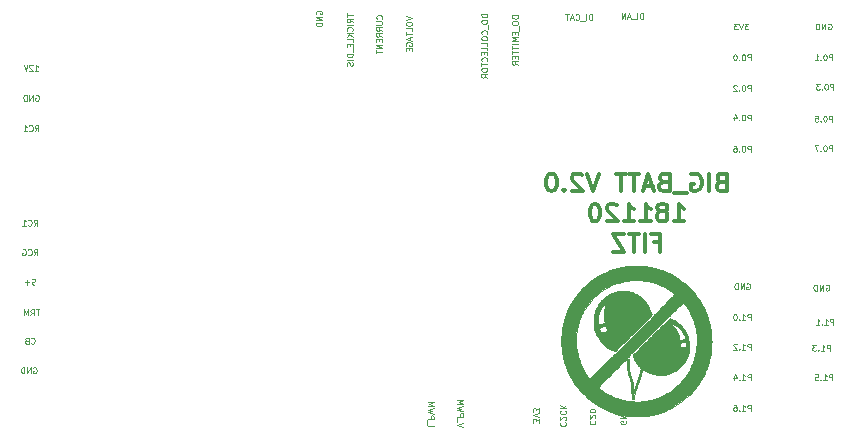
<source format=gbo>
G04 #@! TF.GenerationSoftware,KiCad,Pcbnew,5.0.1-33cea8e~68~ubuntu18.04.1*
G04 #@! TF.CreationDate,2018-11-24T23:55:32-08:00*
G04 #@! TF.ProjectId,big_battery,6269675F626174746572792E6B696361,rev?*
G04 #@! TF.SameCoordinates,Original*
G04 #@! TF.FileFunction,Legend,Bot*
G04 #@! TF.FilePolarity,Positive*
%FSLAX46Y46*%
G04 Gerber Fmt 4.6, Leading zero omitted, Abs format (unit mm)*
G04 Created by KiCad (PCBNEW 5.0.1-33cea8e~68~ubuntu18.04.1) date Sat 24 Nov 2018 11:55:32 PM PST*
%MOMM*%
%LPD*%
G01*
G04 APERTURE LIST*
%ADD10C,0.300000*%
%ADD11C,0.100000*%
%ADD12C,0.010000*%
G04 APERTURE END LIST*
D10*
X64507142Y-19042857D02*
X64292857Y-19114285D01*
X64221428Y-19185714D01*
X64150000Y-19328571D01*
X64150000Y-19542857D01*
X64221428Y-19685714D01*
X64292857Y-19757142D01*
X64435714Y-19828571D01*
X65007142Y-19828571D01*
X65007142Y-18328571D01*
X64507142Y-18328571D01*
X64364285Y-18400000D01*
X64292857Y-18471428D01*
X64221428Y-18614285D01*
X64221428Y-18757142D01*
X64292857Y-18900000D01*
X64364285Y-18971428D01*
X64507142Y-19042857D01*
X65007142Y-19042857D01*
X63507142Y-19828571D02*
X63507142Y-18328571D01*
X62007142Y-18400000D02*
X62150000Y-18328571D01*
X62364285Y-18328571D01*
X62578571Y-18400000D01*
X62721428Y-18542857D01*
X62792857Y-18685714D01*
X62864285Y-18971428D01*
X62864285Y-19185714D01*
X62792857Y-19471428D01*
X62721428Y-19614285D01*
X62578571Y-19757142D01*
X62364285Y-19828571D01*
X62221428Y-19828571D01*
X62007142Y-19757142D01*
X61935714Y-19685714D01*
X61935714Y-19185714D01*
X62221428Y-19185714D01*
X61650000Y-19971428D02*
X60507142Y-19971428D01*
X59650000Y-19042857D02*
X59435714Y-19114285D01*
X59364285Y-19185714D01*
X59292857Y-19328571D01*
X59292857Y-19542857D01*
X59364285Y-19685714D01*
X59435714Y-19757142D01*
X59578571Y-19828571D01*
X60150000Y-19828571D01*
X60150000Y-18328571D01*
X59650000Y-18328571D01*
X59507142Y-18400000D01*
X59435714Y-18471428D01*
X59364285Y-18614285D01*
X59364285Y-18757142D01*
X59435714Y-18900000D01*
X59507142Y-18971428D01*
X59650000Y-19042857D01*
X60150000Y-19042857D01*
X58721428Y-19400000D02*
X58007142Y-19400000D01*
X58864285Y-19828571D02*
X58364285Y-18328571D01*
X57864285Y-19828571D01*
X57578571Y-18328571D02*
X56721428Y-18328571D01*
X57150000Y-19828571D02*
X57150000Y-18328571D01*
X56435714Y-18328571D02*
X55578571Y-18328571D01*
X56007142Y-19828571D02*
X56007142Y-18328571D01*
X54150000Y-18328571D02*
X53650000Y-19828571D01*
X53150000Y-18328571D01*
X52721428Y-18471428D02*
X52650000Y-18400000D01*
X52507142Y-18328571D01*
X52150000Y-18328571D01*
X52007142Y-18400000D01*
X51935714Y-18471428D01*
X51864285Y-18614285D01*
X51864285Y-18757142D01*
X51935714Y-18971428D01*
X52792857Y-19828571D01*
X51864285Y-19828571D01*
X51221428Y-19685714D02*
X51150000Y-19757142D01*
X51221428Y-19828571D01*
X51292857Y-19757142D01*
X51221428Y-19685714D01*
X51221428Y-19828571D01*
X50221428Y-18328571D02*
X50078571Y-18328571D01*
X49935714Y-18400000D01*
X49864285Y-18471428D01*
X49792857Y-18614285D01*
X49721428Y-18900000D01*
X49721428Y-19257142D01*
X49792857Y-19542857D01*
X49864285Y-19685714D01*
X49935714Y-19757142D01*
X50078571Y-19828571D01*
X50221428Y-19828571D01*
X50364285Y-19757142D01*
X50435714Y-19685714D01*
X50507142Y-19542857D01*
X50578571Y-19257142D01*
X50578571Y-18900000D01*
X50507142Y-18614285D01*
X50435714Y-18471428D01*
X50364285Y-18400000D01*
X50221428Y-18328571D01*
X60542857Y-22378571D02*
X61400000Y-22378571D01*
X60971428Y-22378571D02*
X60971428Y-20878571D01*
X61114285Y-21092857D01*
X61257142Y-21235714D01*
X61400000Y-21307142D01*
X59685714Y-21521428D02*
X59828571Y-21450000D01*
X59900000Y-21378571D01*
X59971428Y-21235714D01*
X59971428Y-21164285D01*
X59900000Y-21021428D01*
X59828571Y-20950000D01*
X59685714Y-20878571D01*
X59400000Y-20878571D01*
X59257142Y-20950000D01*
X59185714Y-21021428D01*
X59114285Y-21164285D01*
X59114285Y-21235714D01*
X59185714Y-21378571D01*
X59257142Y-21450000D01*
X59400000Y-21521428D01*
X59685714Y-21521428D01*
X59828571Y-21592857D01*
X59900000Y-21664285D01*
X59971428Y-21807142D01*
X59971428Y-22092857D01*
X59900000Y-22235714D01*
X59828571Y-22307142D01*
X59685714Y-22378571D01*
X59400000Y-22378571D01*
X59257142Y-22307142D01*
X59185714Y-22235714D01*
X59114285Y-22092857D01*
X59114285Y-21807142D01*
X59185714Y-21664285D01*
X59257142Y-21592857D01*
X59400000Y-21521428D01*
X57685714Y-22378571D02*
X58542857Y-22378571D01*
X58114285Y-22378571D02*
X58114285Y-20878571D01*
X58257142Y-21092857D01*
X58400000Y-21235714D01*
X58542857Y-21307142D01*
X56257142Y-22378571D02*
X57114285Y-22378571D01*
X56685714Y-22378571D02*
X56685714Y-20878571D01*
X56828571Y-21092857D01*
X56971428Y-21235714D01*
X57114285Y-21307142D01*
X55685714Y-21021428D02*
X55614285Y-20950000D01*
X55471428Y-20878571D01*
X55114285Y-20878571D01*
X54971428Y-20950000D01*
X54900000Y-21021428D01*
X54828571Y-21164285D01*
X54828571Y-21307142D01*
X54900000Y-21521428D01*
X55757142Y-22378571D01*
X54828571Y-22378571D01*
X53900000Y-20878571D02*
X53757142Y-20878571D01*
X53614285Y-20950000D01*
X53542857Y-21021428D01*
X53471428Y-21164285D01*
X53400000Y-21450000D01*
X53400000Y-21807142D01*
X53471428Y-22092857D01*
X53542857Y-22235714D01*
X53614285Y-22307142D01*
X53757142Y-22378571D01*
X53900000Y-22378571D01*
X54042857Y-22307142D01*
X54114285Y-22235714D01*
X54185714Y-22092857D01*
X54257142Y-21807142D01*
X54257142Y-21450000D01*
X54185714Y-21164285D01*
X54114285Y-21021428D01*
X54042857Y-20950000D01*
X53900000Y-20878571D01*
X58828571Y-24142857D02*
X59328571Y-24142857D01*
X59328571Y-24928571D02*
X59328571Y-23428571D01*
X58614285Y-23428571D01*
X58042857Y-24928571D02*
X58042857Y-23428571D01*
X57542857Y-23428571D02*
X56685714Y-23428571D01*
X57114285Y-24928571D02*
X57114285Y-23428571D01*
X56328571Y-23428571D02*
X55328571Y-23428571D01*
X56328571Y-24928571D01*
X55328571Y-24928571D01*
D11*
X39673809Y-39711904D02*
X40173809Y-39711904D01*
X39626190Y-39592857D02*
X39626190Y-39211904D01*
X39673809Y-39092857D02*
X40173809Y-39092857D01*
X40173809Y-38902380D01*
X40150000Y-38854761D01*
X40126190Y-38830952D01*
X40078571Y-38807142D01*
X40007142Y-38807142D01*
X39959523Y-38830952D01*
X39935714Y-38854761D01*
X39911904Y-38902380D01*
X39911904Y-39092857D01*
X40173809Y-38640476D02*
X39673809Y-38521428D01*
X40030952Y-38426190D01*
X39673809Y-38330952D01*
X40173809Y-38211904D01*
X39673809Y-38021428D02*
X40173809Y-38021428D01*
X39816666Y-37854761D01*
X40173809Y-37688095D01*
X39673809Y-37688095D01*
X42673809Y-39778571D02*
X42173809Y-39611904D01*
X42673809Y-39445238D01*
X42126190Y-39397619D02*
X42126190Y-39016666D01*
X42173809Y-38897619D02*
X42673809Y-38897619D01*
X42673809Y-38707142D01*
X42650000Y-38659523D01*
X42626190Y-38635714D01*
X42578571Y-38611904D01*
X42507142Y-38611904D01*
X42459523Y-38635714D01*
X42435714Y-38659523D01*
X42411904Y-38707142D01*
X42411904Y-38897619D01*
X42673809Y-38445238D02*
X42173809Y-38326190D01*
X42530952Y-38230952D01*
X42173809Y-38135714D01*
X42673809Y-38016666D01*
X42173809Y-37826190D02*
X42673809Y-37826190D01*
X42316666Y-37659523D01*
X42673809Y-37492857D01*
X42173809Y-37492857D01*
X6405523Y-9624190D02*
X6691238Y-9624190D01*
X6548380Y-9624190D02*
X6548380Y-9124190D01*
X6596000Y-9195619D01*
X6643619Y-9243238D01*
X6691238Y-9267047D01*
X6215047Y-9171809D02*
X6191238Y-9148000D01*
X6143619Y-9124190D01*
X6024571Y-9124190D01*
X5976952Y-9148000D01*
X5953142Y-9171809D01*
X5929333Y-9219428D01*
X5929333Y-9267047D01*
X5953142Y-9338476D01*
X6238857Y-9624190D01*
X5929333Y-9624190D01*
X5786476Y-9124190D02*
X5619809Y-9624190D01*
X5453142Y-9124190D01*
X6476952Y-11688000D02*
X6524571Y-11664190D01*
X6596000Y-11664190D01*
X6667428Y-11688000D01*
X6715047Y-11735619D01*
X6738857Y-11783238D01*
X6762666Y-11878476D01*
X6762666Y-11949904D01*
X6738857Y-12045142D01*
X6715047Y-12092761D01*
X6667428Y-12140380D01*
X6596000Y-12164190D01*
X6548380Y-12164190D01*
X6476952Y-12140380D01*
X6453142Y-12116571D01*
X6453142Y-11949904D01*
X6548380Y-11949904D01*
X6238857Y-12164190D02*
X6238857Y-11664190D01*
X5953142Y-12164190D01*
X5953142Y-11664190D01*
X5715047Y-12164190D02*
X5715047Y-11664190D01*
X5596000Y-11664190D01*
X5524571Y-11688000D01*
X5476952Y-11735619D01*
X5453142Y-11783238D01*
X5429333Y-11878476D01*
X5429333Y-11949904D01*
X5453142Y-12045142D01*
X5476952Y-12092761D01*
X5524571Y-12140380D01*
X5596000Y-12164190D01*
X5715047Y-12164190D01*
X6429333Y-14726190D02*
X6596000Y-14488095D01*
X6715047Y-14726190D02*
X6715047Y-14226190D01*
X6524571Y-14226190D01*
X6476952Y-14250000D01*
X6453142Y-14273809D01*
X6429333Y-14321428D01*
X6429333Y-14392857D01*
X6453142Y-14440476D01*
X6476952Y-14464285D01*
X6524571Y-14488095D01*
X6715047Y-14488095D01*
X5929333Y-14678571D02*
X5953142Y-14702380D01*
X6024571Y-14726190D01*
X6072190Y-14726190D01*
X6143619Y-14702380D01*
X6191238Y-14654761D01*
X6215047Y-14607142D01*
X6238857Y-14511904D01*
X6238857Y-14440476D01*
X6215047Y-14345238D01*
X6191238Y-14297619D01*
X6143619Y-14250000D01*
X6072190Y-14226190D01*
X6024571Y-14226190D01*
X5953142Y-14250000D01*
X5929333Y-14273809D01*
X5453142Y-14726190D02*
X5738857Y-14726190D01*
X5596000Y-14726190D02*
X5596000Y-14226190D01*
X5643619Y-14297619D01*
X5691238Y-14345238D01*
X5738857Y-14369047D01*
X6333333Y-22726190D02*
X6500000Y-22488095D01*
X6619047Y-22726190D02*
X6619047Y-22226190D01*
X6428571Y-22226190D01*
X6380952Y-22250000D01*
X6357142Y-22273809D01*
X6333333Y-22321428D01*
X6333333Y-22392857D01*
X6357142Y-22440476D01*
X6380952Y-22464285D01*
X6428571Y-22488095D01*
X6619047Y-22488095D01*
X5833333Y-22678571D02*
X5857142Y-22702380D01*
X5928571Y-22726190D01*
X5976190Y-22726190D01*
X6047619Y-22702380D01*
X6095238Y-22654761D01*
X6119047Y-22607142D01*
X6142857Y-22511904D01*
X6142857Y-22440476D01*
X6119047Y-22345238D01*
X6095238Y-22297619D01*
X6047619Y-22250000D01*
X5976190Y-22226190D01*
X5928571Y-22226190D01*
X5857142Y-22250000D01*
X5833333Y-22273809D01*
X5357142Y-22726190D02*
X5642857Y-22726190D01*
X5500000Y-22726190D02*
X5500000Y-22226190D01*
X5547619Y-22297619D01*
X5595238Y-22345238D01*
X5642857Y-22369047D01*
X6345238Y-25226190D02*
X6511904Y-24988095D01*
X6630952Y-25226190D02*
X6630952Y-24726190D01*
X6440476Y-24726190D01*
X6392857Y-24750000D01*
X6369047Y-24773809D01*
X6345238Y-24821428D01*
X6345238Y-24892857D01*
X6369047Y-24940476D01*
X6392857Y-24964285D01*
X6440476Y-24988095D01*
X6630952Y-24988095D01*
X5845238Y-25178571D02*
X5869047Y-25202380D01*
X5940476Y-25226190D01*
X5988095Y-25226190D01*
X6059523Y-25202380D01*
X6107142Y-25154761D01*
X6130952Y-25107142D01*
X6154761Y-25011904D01*
X6154761Y-24940476D01*
X6130952Y-24845238D01*
X6107142Y-24797619D01*
X6059523Y-24750000D01*
X5988095Y-24726190D01*
X5940476Y-24726190D01*
X5869047Y-24750000D01*
X5845238Y-24773809D01*
X5369047Y-24750000D02*
X5416666Y-24726190D01*
X5488095Y-24726190D01*
X5559523Y-24750000D01*
X5607142Y-24797619D01*
X5630952Y-24845238D01*
X5654761Y-24940476D01*
X5654761Y-25011904D01*
X5630952Y-25107142D01*
X5607142Y-25154761D01*
X5559523Y-25202380D01*
X5488095Y-25226190D01*
X5440476Y-25226190D01*
X5369047Y-25202380D01*
X5345238Y-25178571D01*
X5345238Y-25011904D01*
X5440476Y-25011904D01*
X6452380Y-27702380D02*
X6380952Y-27726190D01*
X6261904Y-27726190D01*
X6214285Y-27702380D01*
X6190476Y-27678571D01*
X6166666Y-27630952D01*
X6166666Y-27583333D01*
X6190476Y-27535714D01*
X6214285Y-27511904D01*
X6261904Y-27488095D01*
X6357142Y-27464285D01*
X6404761Y-27440476D01*
X6428571Y-27416666D01*
X6452380Y-27369047D01*
X6452380Y-27321428D01*
X6428571Y-27273809D01*
X6404761Y-27250000D01*
X6357142Y-27226190D01*
X6238095Y-27226190D01*
X6166666Y-27250000D01*
X5952380Y-27535714D02*
X5571428Y-27535714D01*
X5761904Y-27726190D02*
X5761904Y-27345238D01*
X6778571Y-29826190D02*
X6492857Y-29826190D01*
X6635714Y-30326190D02*
X6635714Y-29826190D01*
X6040476Y-30326190D02*
X6207142Y-30088095D01*
X6326190Y-30326190D02*
X6326190Y-29826190D01*
X6135714Y-29826190D01*
X6088095Y-29850000D01*
X6064285Y-29873809D01*
X6040476Y-29921428D01*
X6040476Y-29992857D01*
X6064285Y-30040476D01*
X6088095Y-30064285D01*
X6135714Y-30088095D01*
X6326190Y-30088095D01*
X5826190Y-30326190D02*
X5826190Y-29826190D01*
X5659523Y-30183333D01*
X5492857Y-29826190D01*
X5492857Y-30326190D01*
X6095238Y-32678571D02*
X6119047Y-32702380D01*
X6190476Y-32726190D01*
X6238095Y-32726190D01*
X6309523Y-32702380D01*
X6357142Y-32654761D01*
X6380952Y-32607142D01*
X6404761Y-32511904D01*
X6404761Y-32440476D01*
X6380952Y-32345238D01*
X6357142Y-32297619D01*
X6309523Y-32250000D01*
X6238095Y-32226190D01*
X6190476Y-32226190D01*
X6119047Y-32250000D01*
X6095238Y-32273809D01*
X5714285Y-32464285D02*
X5642857Y-32488095D01*
X5619047Y-32511904D01*
X5595238Y-32559523D01*
X5595238Y-32630952D01*
X5619047Y-32678571D01*
X5642857Y-32702380D01*
X5690476Y-32726190D01*
X5880952Y-32726190D01*
X5880952Y-32226190D01*
X5714285Y-32226190D01*
X5666666Y-32250000D01*
X5642857Y-32273809D01*
X5619047Y-32321428D01*
X5619047Y-32369047D01*
X5642857Y-32416666D01*
X5666666Y-32440476D01*
X5714285Y-32464285D01*
X5880952Y-32464285D01*
X6280952Y-34750000D02*
X6328571Y-34726190D01*
X6400000Y-34726190D01*
X6471428Y-34750000D01*
X6519047Y-34797619D01*
X6542857Y-34845238D01*
X6566666Y-34940476D01*
X6566666Y-35011904D01*
X6542857Y-35107142D01*
X6519047Y-35154761D01*
X6471428Y-35202380D01*
X6400000Y-35226190D01*
X6352380Y-35226190D01*
X6280952Y-35202380D01*
X6257142Y-35178571D01*
X6257142Y-35011904D01*
X6352380Y-35011904D01*
X6042857Y-35226190D02*
X6042857Y-34726190D01*
X5757142Y-35226190D01*
X5757142Y-34726190D01*
X5519047Y-35226190D02*
X5519047Y-34726190D01*
X5400000Y-34726190D01*
X5328571Y-34750000D01*
X5280952Y-34797619D01*
X5257142Y-34845238D01*
X5233333Y-34940476D01*
X5233333Y-35011904D01*
X5257142Y-35107142D01*
X5280952Y-35154761D01*
X5328571Y-35202380D01*
X5400000Y-35226190D01*
X5519047Y-35226190D01*
X49073809Y-39419047D02*
X49073809Y-39109523D01*
X48883333Y-39276190D01*
X48883333Y-39204761D01*
X48859523Y-39157142D01*
X48835714Y-39133333D01*
X48788095Y-39109523D01*
X48669047Y-39109523D01*
X48621428Y-39133333D01*
X48597619Y-39157142D01*
X48573809Y-39204761D01*
X48573809Y-39347619D01*
X48597619Y-39395238D01*
X48621428Y-39419047D01*
X49073809Y-38966666D02*
X48573809Y-38800000D01*
X49073809Y-38633333D01*
X49073809Y-38514285D02*
X49073809Y-38204761D01*
X48883333Y-38371428D01*
X48883333Y-38300000D01*
X48859523Y-38252380D01*
X48835714Y-38228571D01*
X48788095Y-38204761D01*
X48669047Y-38204761D01*
X48621428Y-38228571D01*
X48597619Y-38252380D01*
X48573809Y-38300000D01*
X48573809Y-38442857D01*
X48597619Y-38490476D01*
X48621428Y-38514285D01*
X50921428Y-39383333D02*
X50897619Y-39407142D01*
X50873809Y-39478571D01*
X50873809Y-39526190D01*
X50897619Y-39597619D01*
X50945238Y-39645238D01*
X50992857Y-39669047D01*
X51088095Y-39692857D01*
X51159523Y-39692857D01*
X51254761Y-39669047D01*
X51302380Y-39645238D01*
X51350000Y-39597619D01*
X51373809Y-39526190D01*
X51373809Y-39478571D01*
X51350000Y-39407142D01*
X51326190Y-39383333D01*
X51326190Y-39192857D02*
X51350000Y-39169047D01*
X51373809Y-39121428D01*
X51373809Y-39002380D01*
X51350000Y-38954761D01*
X51326190Y-38930952D01*
X51278571Y-38907142D01*
X51230952Y-38907142D01*
X51159523Y-38930952D01*
X50873809Y-39216666D01*
X50873809Y-38907142D01*
X50921428Y-38407142D02*
X50897619Y-38430952D01*
X50873809Y-38502380D01*
X50873809Y-38550000D01*
X50897619Y-38621428D01*
X50945238Y-38669047D01*
X50992857Y-38692857D01*
X51088095Y-38716666D01*
X51159523Y-38716666D01*
X51254761Y-38692857D01*
X51302380Y-38669047D01*
X51350000Y-38621428D01*
X51373809Y-38550000D01*
X51373809Y-38502380D01*
X51350000Y-38430952D01*
X51326190Y-38407142D01*
X50873809Y-38192857D02*
X51373809Y-38192857D01*
X50873809Y-37907142D02*
X51159523Y-38121428D01*
X51373809Y-37907142D02*
X51088095Y-38192857D01*
X53421428Y-39233333D02*
X53397619Y-39257142D01*
X53373809Y-39328571D01*
X53373809Y-39376190D01*
X53397619Y-39447619D01*
X53445238Y-39495238D01*
X53492857Y-39519047D01*
X53588095Y-39542857D01*
X53659523Y-39542857D01*
X53754761Y-39519047D01*
X53802380Y-39495238D01*
X53850000Y-39447619D01*
X53873809Y-39376190D01*
X53873809Y-39328571D01*
X53850000Y-39257142D01*
X53826190Y-39233333D01*
X53826190Y-39042857D02*
X53850000Y-39019047D01*
X53873809Y-38971428D01*
X53873809Y-38852380D01*
X53850000Y-38804761D01*
X53826190Y-38780952D01*
X53778571Y-38757142D01*
X53730952Y-38757142D01*
X53659523Y-38780952D01*
X53373809Y-39066666D01*
X53373809Y-38757142D01*
X53373809Y-38542857D02*
X53873809Y-38542857D01*
X53873809Y-38423809D01*
X53850000Y-38352380D01*
X53802380Y-38304761D01*
X53754761Y-38280952D01*
X53659523Y-38257142D01*
X53588095Y-38257142D01*
X53492857Y-38280952D01*
X53445238Y-38304761D01*
X53397619Y-38352380D01*
X53373809Y-38423809D01*
X53373809Y-38542857D01*
X56450000Y-39280952D02*
X56473809Y-39328571D01*
X56473809Y-39400000D01*
X56450000Y-39471428D01*
X56402380Y-39519047D01*
X56354761Y-39542857D01*
X56259523Y-39566666D01*
X56188095Y-39566666D01*
X56092857Y-39542857D01*
X56045238Y-39519047D01*
X55997619Y-39471428D01*
X55973809Y-39400000D01*
X55973809Y-39352380D01*
X55997619Y-39280952D01*
X56021428Y-39257142D01*
X56188095Y-39257142D01*
X56188095Y-39352380D01*
X55973809Y-39042857D02*
X56473809Y-39042857D01*
X55973809Y-38757142D01*
X56473809Y-38757142D01*
X55973809Y-38519047D02*
X56473809Y-38519047D01*
X56473809Y-38400000D01*
X56450000Y-38328571D01*
X56402380Y-38280952D01*
X56354761Y-38257142D01*
X56259523Y-38233333D01*
X56188095Y-38233333D01*
X56092857Y-38257142D01*
X56045238Y-38280952D01*
X55997619Y-38328571D01*
X55973809Y-38400000D01*
X55973809Y-38519047D01*
X73380952Y-27750000D02*
X73428571Y-27726190D01*
X73500000Y-27726190D01*
X73571428Y-27750000D01*
X73619047Y-27797619D01*
X73642857Y-27845238D01*
X73666666Y-27940476D01*
X73666666Y-28011904D01*
X73642857Y-28107142D01*
X73619047Y-28154761D01*
X73571428Y-28202380D01*
X73500000Y-28226190D01*
X73452380Y-28226190D01*
X73380952Y-28202380D01*
X73357142Y-28178571D01*
X73357142Y-28011904D01*
X73452380Y-28011904D01*
X73142857Y-28226190D02*
X73142857Y-27726190D01*
X72857142Y-28226190D01*
X72857142Y-27726190D01*
X72619047Y-28226190D02*
X72619047Y-27726190D01*
X72500000Y-27726190D01*
X72428571Y-27750000D01*
X72380952Y-27797619D01*
X72357142Y-27845238D01*
X72333333Y-27940476D01*
X72333333Y-28011904D01*
X72357142Y-28107142D01*
X72380952Y-28154761D01*
X72428571Y-28202380D01*
X72500000Y-28226190D01*
X72619047Y-28226190D01*
X74026190Y-31126190D02*
X74026190Y-30626190D01*
X73835714Y-30626190D01*
X73788095Y-30650000D01*
X73764285Y-30673809D01*
X73740476Y-30721428D01*
X73740476Y-30792857D01*
X73764285Y-30840476D01*
X73788095Y-30864285D01*
X73835714Y-30888095D01*
X74026190Y-30888095D01*
X73264285Y-31126190D02*
X73550000Y-31126190D01*
X73407142Y-31126190D02*
X73407142Y-30626190D01*
X73454761Y-30697619D01*
X73502380Y-30745238D01*
X73550000Y-30769047D01*
X73050000Y-31078571D02*
X73026190Y-31102380D01*
X73050000Y-31126190D01*
X73073809Y-31102380D01*
X73050000Y-31078571D01*
X73050000Y-31126190D01*
X72550000Y-31126190D02*
X72835714Y-31126190D01*
X72692857Y-31126190D02*
X72692857Y-30626190D01*
X72740476Y-30697619D01*
X72788095Y-30745238D01*
X72835714Y-30769047D01*
X73726190Y-33326190D02*
X73726190Y-32826190D01*
X73535714Y-32826190D01*
X73488095Y-32850000D01*
X73464285Y-32873809D01*
X73440476Y-32921428D01*
X73440476Y-32992857D01*
X73464285Y-33040476D01*
X73488095Y-33064285D01*
X73535714Y-33088095D01*
X73726190Y-33088095D01*
X72964285Y-33326190D02*
X73250000Y-33326190D01*
X73107142Y-33326190D02*
X73107142Y-32826190D01*
X73154761Y-32897619D01*
X73202380Y-32945238D01*
X73250000Y-32969047D01*
X72750000Y-33278571D02*
X72726190Y-33302380D01*
X72750000Y-33326190D01*
X72773809Y-33302380D01*
X72750000Y-33278571D01*
X72750000Y-33326190D01*
X72559523Y-32826190D02*
X72250000Y-32826190D01*
X72416666Y-33016666D01*
X72345238Y-33016666D01*
X72297619Y-33040476D01*
X72273809Y-33064285D01*
X72250000Y-33111904D01*
X72250000Y-33230952D01*
X72273809Y-33278571D01*
X72297619Y-33302380D01*
X72345238Y-33326190D01*
X72488095Y-33326190D01*
X72535714Y-33302380D01*
X72559523Y-33278571D01*
X73926190Y-35826190D02*
X73926190Y-35326190D01*
X73735714Y-35326190D01*
X73688095Y-35350000D01*
X73664285Y-35373809D01*
X73640476Y-35421428D01*
X73640476Y-35492857D01*
X73664285Y-35540476D01*
X73688095Y-35564285D01*
X73735714Y-35588095D01*
X73926190Y-35588095D01*
X73164285Y-35826190D02*
X73450000Y-35826190D01*
X73307142Y-35826190D02*
X73307142Y-35326190D01*
X73354761Y-35397619D01*
X73402380Y-35445238D01*
X73450000Y-35469047D01*
X72950000Y-35778571D02*
X72926190Y-35802380D01*
X72950000Y-35826190D01*
X72973809Y-35802380D01*
X72950000Y-35778571D01*
X72950000Y-35826190D01*
X72473809Y-35326190D02*
X72711904Y-35326190D01*
X72735714Y-35564285D01*
X72711904Y-35540476D01*
X72664285Y-35516666D01*
X72545238Y-35516666D01*
X72497619Y-35540476D01*
X72473809Y-35564285D01*
X72450000Y-35611904D01*
X72450000Y-35730952D01*
X72473809Y-35778571D01*
X72497619Y-35802380D01*
X72545238Y-35826190D01*
X72664285Y-35826190D01*
X72711904Y-35802380D01*
X72735714Y-35778571D01*
X67026190Y-38426190D02*
X67026190Y-37926190D01*
X66835714Y-37926190D01*
X66788095Y-37950000D01*
X66764285Y-37973809D01*
X66740476Y-38021428D01*
X66740476Y-38092857D01*
X66764285Y-38140476D01*
X66788095Y-38164285D01*
X66835714Y-38188095D01*
X67026190Y-38188095D01*
X66264285Y-38426190D02*
X66550000Y-38426190D01*
X66407142Y-38426190D02*
X66407142Y-37926190D01*
X66454761Y-37997619D01*
X66502380Y-38045238D01*
X66550000Y-38069047D01*
X66050000Y-38378571D02*
X66026190Y-38402380D01*
X66050000Y-38426190D01*
X66073809Y-38402380D01*
X66050000Y-38378571D01*
X66050000Y-38426190D01*
X65597619Y-37926190D02*
X65692857Y-37926190D01*
X65740476Y-37950000D01*
X65764285Y-37973809D01*
X65811904Y-38045238D01*
X65835714Y-38140476D01*
X65835714Y-38330952D01*
X65811904Y-38378571D01*
X65788095Y-38402380D01*
X65740476Y-38426190D01*
X65645238Y-38426190D01*
X65597619Y-38402380D01*
X65573809Y-38378571D01*
X65550000Y-38330952D01*
X65550000Y-38211904D01*
X65573809Y-38164285D01*
X65597619Y-38140476D01*
X65645238Y-38116666D01*
X65740476Y-38116666D01*
X65788095Y-38140476D01*
X65811904Y-38164285D01*
X65835714Y-38211904D01*
X67026190Y-35826190D02*
X67026190Y-35326190D01*
X66835714Y-35326190D01*
X66788095Y-35350000D01*
X66764285Y-35373809D01*
X66740476Y-35421428D01*
X66740476Y-35492857D01*
X66764285Y-35540476D01*
X66788095Y-35564285D01*
X66835714Y-35588095D01*
X67026190Y-35588095D01*
X66264285Y-35826190D02*
X66550000Y-35826190D01*
X66407142Y-35826190D02*
X66407142Y-35326190D01*
X66454761Y-35397619D01*
X66502380Y-35445238D01*
X66550000Y-35469047D01*
X66050000Y-35778571D02*
X66026190Y-35802380D01*
X66050000Y-35826190D01*
X66073809Y-35802380D01*
X66050000Y-35778571D01*
X66050000Y-35826190D01*
X65597619Y-35492857D02*
X65597619Y-35826190D01*
X65716666Y-35302380D02*
X65835714Y-35659523D01*
X65526190Y-35659523D01*
X67026190Y-33226190D02*
X67026190Y-32726190D01*
X66835714Y-32726190D01*
X66788095Y-32750000D01*
X66764285Y-32773809D01*
X66740476Y-32821428D01*
X66740476Y-32892857D01*
X66764285Y-32940476D01*
X66788095Y-32964285D01*
X66835714Y-32988095D01*
X67026190Y-32988095D01*
X66264285Y-33226190D02*
X66550000Y-33226190D01*
X66407142Y-33226190D02*
X66407142Y-32726190D01*
X66454761Y-32797619D01*
X66502380Y-32845238D01*
X66550000Y-32869047D01*
X66050000Y-33178571D02*
X66026190Y-33202380D01*
X66050000Y-33226190D01*
X66073809Y-33202380D01*
X66050000Y-33178571D01*
X66050000Y-33226190D01*
X65835714Y-32773809D02*
X65811904Y-32750000D01*
X65764285Y-32726190D01*
X65645238Y-32726190D01*
X65597619Y-32750000D01*
X65573809Y-32773809D01*
X65550000Y-32821428D01*
X65550000Y-32869047D01*
X65573809Y-32940476D01*
X65859523Y-33226190D01*
X65550000Y-33226190D01*
X67026190Y-30726190D02*
X67026190Y-30226190D01*
X66835714Y-30226190D01*
X66788095Y-30250000D01*
X66764285Y-30273809D01*
X66740476Y-30321428D01*
X66740476Y-30392857D01*
X66764285Y-30440476D01*
X66788095Y-30464285D01*
X66835714Y-30488095D01*
X67026190Y-30488095D01*
X66264285Y-30726190D02*
X66550000Y-30726190D01*
X66407142Y-30726190D02*
X66407142Y-30226190D01*
X66454761Y-30297619D01*
X66502380Y-30345238D01*
X66550000Y-30369047D01*
X66050000Y-30678571D02*
X66026190Y-30702380D01*
X66050000Y-30726190D01*
X66073809Y-30702380D01*
X66050000Y-30678571D01*
X66050000Y-30726190D01*
X65716666Y-30226190D02*
X65669047Y-30226190D01*
X65621428Y-30250000D01*
X65597619Y-30273809D01*
X65573809Y-30321428D01*
X65550000Y-30416666D01*
X65550000Y-30535714D01*
X65573809Y-30630952D01*
X65597619Y-30678571D01*
X65621428Y-30702380D01*
X65669047Y-30726190D01*
X65716666Y-30726190D01*
X65764285Y-30702380D01*
X65788095Y-30678571D01*
X65811904Y-30630952D01*
X65835714Y-30535714D01*
X65835714Y-30416666D01*
X65811904Y-30321428D01*
X65788095Y-30273809D01*
X65764285Y-30250000D01*
X65716666Y-30226190D01*
X66680952Y-27650000D02*
X66728571Y-27626190D01*
X66800000Y-27626190D01*
X66871428Y-27650000D01*
X66919047Y-27697619D01*
X66942857Y-27745238D01*
X66966666Y-27840476D01*
X66966666Y-27911904D01*
X66942857Y-28007142D01*
X66919047Y-28054761D01*
X66871428Y-28102380D01*
X66800000Y-28126190D01*
X66752380Y-28126190D01*
X66680952Y-28102380D01*
X66657142Y-28078571D01*
X66657142Y-27911904D01*
X66752380Y-27911904D01*
X66442857Y-28126190D02*
X66442857Y-27626190D01*
X66157142Y-28126190D01*
X66157142Y-27626190D01*
X65919047Y-28126190D02*
X65919047Y-27626190D01*
X65800000Y-27626190D01*
X65728571Y-27650000D01*
X65680952Y-27697619D01*
X65657142Y-27745238D01*
X65633333Y-27840476D01*
X65633333Y-27911904D01*
X65657142Y-28007142D01*
X65680952Y-28054761D01*
X65728571Y-28102380D01*
X65800000Y-28126190D01*
X65919047Y-28126190D01*
X73580952Y-5650000D02*
X73628571Y-5626190D01*
X73700000Y-5626190D01*
X73771428Y-5650000D01*
X73819047Y-5697619D01*
X73842857Y-5745238D01*
X73866666Y-5840476D01*
X73866666Y-5911904D01*
X73842857Y-6007142D01*
X73819047Y-6054761D01*
X73771428Y-6102380D01*
X73700000Y-6126190D01*
X73652380Y-6126190D01*
X73580952Y-6102380D01*
X73557142Y-6078571D01*
X73557142Y-5911904D01*
X73652380Y-5911904D01*
X73342857Y-6126190D02*
X73342857Y-5626190D01*
X73057142Y-6126190D01*
X73057142Y-5626190D01*
X72819047Y-6126190D02*
X72819047Y-5626190D01*
X72700000Y-5626190D01*
X72628571Y-5650000D01*
X72580952Y-5697619D01*
X72557142Y-5745238D01*
X72533333Y-5840476D01*
X72533333Y-5911904D01*
X72557142Y-6007142D01*
X72580952Y-6054761D01*
X72628571Y-6102380D01*
X72700000Y-6126190D01*
X72819047Y-6126190D01*
X73926190Y-8726190D02*
X73926190Y-8226190D01*
X73735714Y-8226190D01*
X73688095Y-8250000D01*
X73664285Y-8273809D01*
X73640476Y-8321428D01*
X73640476Y-8392857D01*
X73664285Y-8440476D01*
X73688095Y-8464285D01*
X73735714Y-8488095D01*
X73926190Y-8488095D01*
X73330952Y-8226190D02*
X73283333Y-8226190D01*
X73235714Y-8250000D01*
X73211904Y-8273809D01*
X73188095Y-8321428D01*
X73164285Y-8416666D01*
X73164285Y-8535714D01*
X73188095Y-8630952D01*
X73211904Y-8678571D01*
X73235714Y-8702380D01*
X73283333Y-8726190D01*
X73330952Y-8726190D01*
X73378571Y-8702380D01*
X73402380Y-8678571D01*
X73426190Y-8630952D01*
X73450000Y-8535714D01*
X73450000Y-8416666D01*
X73426190Y-8321428D01*
X73402380Y-8273809D01*
X73378571Y-8250000D01*
X73330952Y-8226190D01*
X72950000Y-8678571D02*
X72926190Y-8702380D01*
X72950000Y-8726190D01*
X72973809Y-8702380D01*
X72950000Y-8678571D01*
X72950000Y-8726190D01*
X72450000Y-8726190D02*
X72735714Y-8726190D01*
X72592857Y-8726190D02*
X72592857Y-8226190D01*
X72640476Y-8297619D01*
X72688095Y-8345238D01*
X72735714Y-8369047D01*
X74026190Y-11226190D02*
X74026190Y-10726190D01*
X73835714Y-10726190D01*
X73788095Y-10750000D01*
X73764285Y-10773809D01*
X73740476Y-10821428D01*
X73740476Y-10892857D01*
X73764285Y-10940476D01*
X73788095Y-10964285D01*
X73835714Y-10988095D01*
X74026190Y-10988095D01*
X73430952Y-10726190D02*
X73383333Y-10726190D01*
X73335714Y-10750000D01*
X73311904Y-10773809D01*
X73288095Y-10821428D01*
X73264285Y-10916666D01*
X73264285Y-11035714D01*
X73288095Y-11130952D01*
X73311904Y-11178571D01*
X73335714Y-11202380D01*
X73383333Y-11226190D01*
X73430952Y-11226190D01*
X73478571Y-11202380D01*
X73502380Y-11178571D01*
X73526190Y-11130952D01*
X73550000Y-11035714D01*
X73550000Y-10916666D01*
X73526190Y-10821428D01*
X73502380Y-10773809D01*
X73478571Y-10750000D01*
X73430952Y-10726190D01*
X73050000Y-11178571D02*
X73026190Y-11202380D01*
X73050000Y-11226190D01*
X73073809Y-11202380D01*
X73050000Y-11178571D01*
X73050000Y-11226190D01*
X72859523Y-10726190D02*
X72550000Y-10726190D01*
X72716666Y-10916666D01*
X72645238Y-10916666D01*
X72597619Y-10940476D01*
X72573809Y-10964285D01*
X72550000Y-11011904D01*
X72550000Y-11130952D01*
X72573809Y-11178571D01*
X72597619Y-11202380D01*
X72645238Y-11226190D01*
X72788095Y-11226190D01*
X72835714Y-11202380D01*
X72859523Y-11178571D01*
X73926190Y-13926190D02*
X73926190Y-13426190D01*
X73735714Y-13426190D01*
X73688095Y-13450000D01*
X73664285Y-13473809D01*
X73640476Y-13521428D01*
X73640476Y-13592857D01*
X73664285Y-13640476D01*
X73688095Y-13664285D01*
X73735714Y-13688095D01*
X73926190Y-13688095D01*
X73330952Y-13426190D02*
X73283333Y-13426190D01*
X73235714Y-13450000D01*
X73211904Y-13473809D01*
X73188095Y-13521428D01*
X73164285Y-13616666D01*
X73164285Y-13735714D01*
X73188095Y-13830952D01*
X73211904Y-13878571D01*
X73235714Y-13902380D01*
X73283333Y-13926190D01*
X73330952Y-13926190D01*
X73378571Y-13902380D01*
X73402380Y-13878571D01*
X73426190Y-13830952D01*
X73450000Y-13735714D01*
X73450000Y-13616666D01*
X73426190Y-13521428D01*
X73402380Y-13473809D01*
X73378571Y-13450000D01*
X73330952Y-13426190D01*
X72950000Y-13878571D02*
X72926190Y-13902380D01*
X72950000Y-13926190D01*
X72973809Y-13902380D01*
X72950000Y-13878571D01*
X72950000Y-13926190D01*
X72473809Y-13426190D02*
X72711904Y-13426190D01*
X72735714Y-13664285D01*
X72711904Y-13640476D01*
X72664285Y-13616666D01*
X72545238Y-13616666D01*
X72497619Y-13640476D01*
X72473809Y-13664285D01*
X72450000Y-13711904D01*
X72450000Y-13830952D01*
X72473809Y-13878571D01*
X72497619Y-13902380D01*
X72545238Y-13926190D01*
X72664285Y-13926190D01*
X72711904Y-13902380D01*
X72735714Y-13878571D01*
X73926190Y-16426190D02*
X73926190Y-15926190D01*
X73735714Y-15926190D01*
X73688095Y-15950000D01*
X73664285Y-15973809D01*
X73640476Y-16021428D01*
X73640476Y-16092857D01*
X73664285Y-16140476D01*
X73688095Y-16164285D01*
X73735714Y-16188095D01*
X73926190Y-16188095D01*
X73330952Y-15926190D02*
X73283333Y-15926190D01*
X73235714Y-15950000D01*
X73211904Y-15973809D01*
X73188095Y-16021428D01*
X73164285Y-16116666D01*
X73164285Y-16235714D01*
X73188095Y-16330952D01*
X73211904Y-16378571D01*
X73235714Y-16402380D01*
X73283333Y-16426190D01*
X73330952Y-16426190D01*
X73378571Y-16402380D01*
X73402380Y-16378571D01*
X73426190Y-16330952D01*
X73450000Y-16235714D01*
X73450000Y-16116666D01*
X73426190Y-16021428D01*
X73402380Y-15973809D01*
X73378571Y-15950000D01*
X73330952Y-15926190D01*
X72950000Y-16378571D02*
X72926190Y-16402380D01*
X72950000Y-16426190D01*
X72973809Y-16402380D01*
X72950000Y-16378571D01*
X72950000Y-16426190D01*
X72759523Y-15926190D02*
X72426190Y-15926190D01*
X72640476Y-16426190D01*
X67020190Y-16482190D02*
X67020190Y-15982190D01*
X66829714Y-15982190D01*
X66782095Y-16006000D01*
X66758285Y-16029809D01*
X66734476Y-16077428D01*
X66734476Y-16148857D01*
X66758285Y-16196476D01*
X66782095Y-16220285D01*
X66829714Y-16244095D01*
X67020190Y-16244095D01*
X66424952Y-15982190D02*
X66377333Y-15982190D01*
X66329714Y-16006000D01*
X66305904Y-16029809D01*
X66282095Y-16077428D01*
X66258285Y-16172666D01*
X66258285Y-16291714D01*
X66282095Y-16386952D01*
X66305904Y-16434571D01*
X66329714Y-16458380D01*
X66377333Y-16482190D01*
X66424952Y-16482190D01*
X66472571Y-16458380D01*
X66496380Y-16434571D01*
X66520190Y-16386952D01*
X66544000Y-16291714D01*
X66544000Y-16172666D01*
X66520190Y-16077428D01*
X66496380Y-16029809D01*
X66472571Y-16006000D01*
X66424952Y-15982190D01*
X66044000Y-16434571D02*
X66020190Y-16458380D01*
X66044000Y-16482190D01*
X66067809Y-16458380D01*
X66044000Y-16434571D01*
X66044000Y-16482190D01*
X65591619Y-15982190D02*
X65686857Y-15982190D01*
X65734476Y-16006000D01*
X65758285Y-16029809D01*
X65805904Y-16101238D01*
X65829714Y-16196476D01*
X65829714Y-16386952D01*
X65805904Y-16434571D01*
X65782095Y-16458380D01*
X65734476Y-16482190D01*
X65639238Y-16482190D01*
X65591619Y-16458380D01*
X65567809Y-16434571D01*
X65544000Y-16386952D01*
X65544000Y-16267904D01*
X65567809Y-16220285D01*
X65591619Y-16196476D01*
X65639238Y-16172666D01*
X65734476Y-16172666D01*
X65782095Y-16196476D01*
X65805904Y-16220285D01*
X65829714Y-16267904D01*
X67020190Y-13826190D02*
X67020190Y-13326190D01*
X66829714Y-13326190D01*
X66782095Y-13350000D01*
X66758285Y-13373809D01*
X66734476Y-13421428D01*
X66734476Y-13492857D01*
X66758285Y-13540476D01*
X66782095Y-13564285D01*
X66829714Y-13588095D01*
X67020190Y-13588095D01*
X66424952Y-13326190D02*
X66377333Y-13326190D01*
X66329714Y-13350000D01*
X66305904Y-13373809D01*
X66282095Y-13421428D01*
X66258285Y-13516666D01*
X66258285Y-13635714D01*
X66282095Y-13730952D01*
X66305904Y-13778571D01*
X66329714Y-13802380D01*
X66377333Y-13826190D01*
X66424952Y-13826190D01*
X66472571Y-13802380D01*
X66496380Y-13778571D01*
X66520190Y-13730952D01*
X66544000Y-13635714D01*
X66544000Y-13516666D01*
X66520190Y-13421428D01*
X66496380Y-13373809D01*
X66472571Y-13350000D01*
X66424952Y-13326190D01*
X66044000Y-13778571D02*
X66020190Y-13802380D01*
X66044000Y-13826190D01*
X66067809Y-13802380D01*
X66044000Y-13778571D01*
X66044000Y-13826190D01*
X65591619Y-13492857D02*
X65591619Y-13826190D01*
X65710666Y-13302380D02*
X65829714Y-13659523D01*
X65520190Y-13659523D01*
X67020190Y-11326190D02*
X67020190Y-10826190D01*
X66829714Y-10826190D01*
X66782095Y-10850000D01*
X66758285Y-10873809D01*
X66734476Y-10921428D01*
X66734476Y-10992857D01*
X66758285Y-11040476D01*
X66782095Y-11064285D01*
X66829714Y-11088095D01*
X67020190Y-11088095D01*
X66424952Y-10826190D02*
X66377333Y-10826190D01*
X66329714Y-10850000D01*
X66305904Y-10873809D01*
X66282095Y-10921428D01*
X66258285Y-11016666D01*
X66258285Y-11135714D01*
X66282095Y-11230952D01*
X66305904Y-11278571D01*
X66329714Y-11302380D01*
X66377333Y-11326190D01*
X66424952Y-11326190D01*
X66472571Y-11302380D01*
X66496380Y-11278571D01*
X66520190Y-11230952D01*
X66544000Y-11135714D01*
X66544000Y-11016666D01*
X66520190Y-10921428D01*
X66496380Y-10873809D01*
X66472571Y-10850000D01*
X66424952Y-10826190D01*
X66044000Y-11278571D02*
X66020190Y-11302380D01*
X66044000Y-11326190D01*
X66067809Y-11302380D01*
X66044000Y-11278571D01*
X66044000Y-11326190D01*
X65829714Y-10873809D02*
X65805904Y-10850000D01*
X65758285Y-10826190D01*
X65639238Y-10826190D01*
X65591619Y-10850000D01*
X65567809Y-10873809D01*
X65544000Y-10921428D01*
X65544000Y-10969047D01*
X65567809Y-11040476D01*
X65853523Y-11326190D01*
X65544000Y-11326190D01*
X67020190Y-8726190D02*
X67020190Y-8226190D01*
X66829714Y-8226190D01*
X66782095Y-8250000D01*
X66758285Y-8273809D01*
X66734476Y-8321428D01*
X66734476Y-8392857D01*
X66758285Y-8440476D01*
X66782095Y-8464285D01*
X66829714Y-8488095D01*
X67020190Y-8488095D01*
X66424952Y-8226190D02*
X66377333Y-8226190D01*
X66329714Y-8250000D01*
X66305904Y-8273809D01*
X66282095Y-8321428D01*
X66258285Y-8416666D01*
X66258285Y-8535714D01*
X66282095Y-8630952D01*
X66305904Y-8678571D01*
X66329714Y-8702380D01*
X66377333Y-8726190D01*
X66424952Y-8726190D01*
X66472571Y-8702380D01*
X66496380Y-8678571D01*
X66520190Y-8630952D01*
X66544000Y-8535714D01*
X66544000Y-8416666D01*
X66520190Y-8321428D01*
X66496380Y-8273809D01*
X66472571Y-8250000D01*
X66424952Y-8226190D01*
X66044000Y-8678571D02*
X66020190Y-8702380D01*
X66044000Y-8726190D01*
X66067809Y-8702380D01*
X66044000Y-8678571D01*
X66044000Y-8726190D01*
X65710666Y-8226190D02*
X65663047Y-8226190D01*
X65615428Y-8250000D01*
X65591619Y-8273809D01*
X65567809Y-8321428D01*
X65544000Y-8416666D01*
X65544000Y-8535714D01*
X65567809Y-8630952D01*
X65591619Y-8678571D01*
X65615428Y-8702380D01*
X65663047Y-8726190D01*
X65710666Y-8726190D01*
X65758285Y-8702380D01*
X65782095Y-8678571D01*
X65805904Y-8630952D01*
X65829714Y-8535714D01*
X65829714Y-8416666D01*
X65805904Y-8321428D01*
X65782095Y-8273809D01*
X65758285Y-8250000D01*
X65710666Y-8226190D01*
X66819047Y-5626190D02*
X66509523Y-5626190D01*
X66676190Y-5816666D01*
X66604761Y-5816666D01*
X66557142Y-5840476D01*
X66533333Y-5864285D01*
X66509523Y-5911904D01*
X66509523Y-6030952D01*
X66533333Y-6078571D01*
X66557142Y-6102380D01*
X66604761Y-6126190D01*
X66747619Y-6126190D01*
X66795238Y-6102380D01*
X66819047Y-6078571D01*
X66366666Y-5626190D02*
X66200000Y-6126190D01*
X66033333Y-5626190D01*
X65914285Y-5626190D02*
X65604761Y-5626190D01*
X65771428Y-5816666D01*
X65700000Y-5816666D01*
X65652380Y-5840476D01*
X65628571Y-5864285D01*
X65604761Y-5911904D01*
X65604761Y-6030952D01*
X65628571Y-6078571D01*
X65652380Y-6102380D01*
X65700000Y-6126190D01*
X65842857Y-6126190D01*
X65890476Y-6102380D01*
X65914285Y-6078571D01*
X57916666Y-5226190D02*
X57916666Y-4726190D01*
X57797619Y-4726190D01*
X57726190Y-4750000D01*
X57678571Y-4797619D01*
X57654761Y-4845238D01*
X57630952Y-4940476D01*
X57630952Y-5011904D01*
X57654761Y-5107142D01*
X57678571Y-5154761D01*
X57726190Y-5202380D01*
X57797619Y-5226190D01*
X57916666Y-5226190D01*
X57416666Y-5226190D02*
X57416666Y-4726190D01*
X57297619Y-5273809D02*
X56916666Y-5273809D01*
X56821428Y-5083333D02*
X56583333Y-5083333D01*
X56869047Y-5226190D02*
X56702380Y-4726190D01*
X56535714Y-5226190D01*
X56369047Y-5226190D02*
X56369047Y-4726190D01*
X56083333Y-5226190D01*
X56083333Y-4726190D01*
X53595238Y-5326190D02*
X53595238Y-4826190D01*
X53476190Y-4826190D01*
X53404761Y-4850000D01*
X53357142Y-4897619D01*
X53333333Y-4945238D01*
X53309523Y-5040476D01*
X53309523Y-5111904D01*
X53333333Y-5207142D01*
X53357142Y-5254761D01*
X53404761Y-5302380D01*
X53476190Y-5326190D01*
X53595238Y-5326190D01*
X53095238Y-5326190D02*
X53095238Y-4826190D01*
X52976190Y-5373809D02*
X52595238Y-5373809D01*
X52190476Y-5278571D02*
X52214285Y-5302380D01*
X52285714Y-5326190D01*
X52333333Y-5326190D01*
X52404761Y-5302380D01*
X52452380Y-5254761D01*
X52476190Y-5207142D01*
X52500000Y-5111904D01*
X52500000Y-5040476D01*
X52476190Y-4945238D01*
X52452380Y-4897619D01*
X52404761Y-4850000D01*
X52333333Y-4826190D01*
X52285714Y-4826190D01*
X52214285Y-4850000D01*
X52190476Y-4873809D01*
X52000000Y-5183333D02*
X51761904Y-5183333D01*
X52047619Y-5326190D02*
X51880952Y-4826190D01*
X51714285Y-5326190D01*
X51619047Y-4826190D02*
X51333333Y-4826190D01*
X51476190Y-5326190D02*
X51476190Y-4826190D01*
X47326190Y-4928571D02*
X46826190Y-4928571D01*
X46826190Y-5047619D01*
X46850000Y-5119047D01*
X46897619Y-5166666D01*
X46945238Y-5190476D01*
X47040476Y-5214285D01*
X47111904Y-5214285D01*
X47207142Y-5190476D01*
X47254761Y-5166666D01*
X47302380Y-5119047D01*
X47326190Y-5047619D01*
X47326190Y-4928571D01*
X46826190Y-5523809D02*
X46826190Y-5619047D01*
X46850000Y-5666666D01*
X46897619Y-5714285D01*
X46992857Y-5738095D01*
X47159523Y-5738095D01*
X47254761Y-5714285D01*
X47302380Y-5666666D01*
X47326190Y-5619047D01*
X47326190Y-5523809D01*
X47302380Y-5476190D01*
X47254761Y-5428571D01*
X47159523Y-5404761D01*
X46992857Y-5404761D01*
X46897619Y-5428571D01*
X46850000Y-5476190D01*
X46826190Y-5523809D01*
X47373809Y-5833333D02*
X47373809Y-6214285D01*
X47064285Y-6333333D02*
X47064285Y-6500000D01*
X47326190Y-6571428D02*
X47326190Y-6333333D01*
X46826190Y-6333333D01*
X46826190Y-6571428D01*
X47326190Y-6785714D02*
X46826190Y-6785714D01*
X47183333Y-6952380D01*
X46826190Y-7119047D01*
X47326190Y-7119047D01*
X47326190Y-7357142D02*
X46826190Y-7357142D01*
X46826190Y-7523809D02*
X46826190Y-7809523D01*
X47326190Y-7666666D02*
X46826190Y-7666666D01*
X46826190Y-7904761D02*
X46826190Y-8190476D01*
X47326190Y-8047619D02*
X46826190Y-8047619D01*
X47064285Y-8357142D02*
X47064285Y-8523809D01*
X47326190Y-8595238D02*
X47326190Y-8357142D01*
X46826190Y-8357142D01*
X46826190Y-8595238D01*
X47326190Y-9095238D02*
X47088095Y-8928571D01*
X47326190Y-8809523D02*
X46826190Y-8809523D01*
X46826190Y-9000000D01*
X46850000Y-9047619D01*
X46873809Y-9071428D01*
X46921428Y-9095238D01*
X46992857Y-9095238D01*
X47040476Y-9071428D01*
X47064285Y-9047619D01*
X47088095Y-9000000D01*
X47088095Y-8809523D01*
X44726190Y-4821428D02*
X44226190Y-4821428D01*
X44226190Y-4940476D01*
X44250000Y-5011904D01*
X44297619Y-5059523D01*
X44345238Y-5083333D01*
X44440476Y-5107142D01*
X44511904Y-5107142D01*
X44607142Y-5083333D01*
X44654761Y-5059523D01*
X44702380Y-5011904D01*
X44726190Y-4940476D01*
X44726190Y-4821428D01*
X44226190Y-5416666D02*
X44226190Y-5511904D01*
X44250000Y-5559523D01*
X44297619Y-5607142D01*
X44392857Y-5630952D01*
X44559523Y-5630952D01*
X44654761Y-5607142D01*
X44702380Y-5559523D01*
X44726190Y-5511904D01*
X44726190Y-5416666D01*
X44702380Y-5369047D01*
X44654761Y-5321428D01*
X44559523Y-5297619D01*
X44392857Y-5297619D01*
X44297619Y-5321428D01*
X44250000Y-5369047D01*
X44226190Y-5416666D01*
X44773809Y-5726190D02*
X44773809Y-6107142D01*
X44678571Y-6511904D02*
X44702380Y-6488095D01*
X44726190Y-6416666D01*
X44726190Y-6369047D01*
X44702380Y-6297619D01*
X44654761Y-6250000D01*
X44607142Y-6226190D01*
X44511904Y-6202380D01*
X44440476Y-6202380D01*
X44345238Y-6226190D01*
X44297619Y-6250000D01*
X44250000Y-6297619D01*
X44226190Y-6369047D01*
X44226190Y-6416666D01*
X44250000Y-6488095D01*
X44273809Y-6511904D01*
X44226190Y-6821428D02*
X44226190Y-6916666D01*
X44250000Y-6964285D01*
X44297619Y-7011904D01*
X44392857Y-7035714D01*
X44559523Y-7035714D01*
X44654761Y-7011904D01*
X44702380Y-6964285D01*
X44726190Y-6916666D01*
X44726190Y-6821428D01*
X44702380Y-6773809D01*
X44654761Y-6726190D01*
X44559523Y-6702380D01*
X44392857Y-6702380D01*
X44297619Y-6726190D01*
X44250000Y-6773809D01*
X44226190Y-6821428D01*
X44726190Y-7488095D02*
X44726190Y-7250000D01*
X44226190Y-7250000D01*
X44726190Y-7892857D02*
X44726190Y-7654761D01*
X44226190Y-7654761D01*
X44464285Y-8059523D02*
X44464285Y-8226190D01*
X44726190Y-8297619D02*
X44726190Y-8059523D01*
X44226190Y-8059523D01*
X44226190Y-8297619D01*
X44678571Y-8797619D02*
X44702380Y-8773809D01*
X44726190Y-8702380D01*
X44726190Y-8654761D01*
X44702380Y-8583333D01*
X44654761Y-8535714D01*
X44607142Y-8511904D01*
X44511904Y-8488095D01*
X44440476Y-8488095D01*
X44345238Y-8511904D01*
X44297619Y-8535714D01*
X44250000Y-8583333D01*
X44226190Y-8654761D01*
X44226190Y-8702380D01*
X44250000Y-8773809D01*
X44273809Y-8797619D01*
X44226190Y-8940476D02*
X44226190Y-9226190D01*
X44726190Y-9083333D02*
X44226190Y-9083333D01*
X44226190Y-9488095D02*
X44226190Y-9583333D01*
X44250000Y-9630952D01*
X44297619Y-9678571D01*
X44392857Y-9702380D01*
X44559523Y-9702380D01*
X44654761Y-9678571D01*
X44702380Y-9630952D01*
X44726190Y-9583333D01*
X44726190Y-9488095D01*
X44702380Y-9440476D01*
X44654761Y-9392857D01*
X44559523Y-9369047D01*
X44392857Y-9369047D01*
X44297619Y-9392857D01*
X44250000Y-9440476D01*
X44226190Y-9488095D01*
X44726190Y-10202380D02*
X44488095Y-10035714D01*
X44726190Y-9916666D02*
X44226190Y-9916666D01*
X44226190Y-10107142D01*
X44250000Y-10154761D01*
X44273809Y-10178571D01*
X44321428Y-10202380D01*
X44392857Y-10202380D01*
X44440476Y-10178571D01*
X44464285Y-10154761D01*
X44488095Y-10107142D01*
X44488095Y-9916666D01*
X37826190Y-4988095D02*
X38326190Y-5154761D01*
X37826190Y-5321428D01*
X37826190Y-5583333D02*
X37826190Y-5678571D01*
X37850000Y-5726190D01*
X37897619Y-5773809D01*
X37992857Y-5797619D01*
X38159523Y-5797619D01*
X38254761Y-5773809D01*
X38302380Y-5726190D01*
X38326190Y-5678571D01*
X38326190Y-5583333D01*
X38302380Y-5535714D01*
X38254761Y-5488095D01*
X38159523Y-5464285D01*
X37992857Y-5464285D01*
X37897619Y-5488095D01*
X37850000Y-5535714D01*
X37826190Y-5583333D01*
X38326190Y-6250000D02*
X38326190Y-6011904D01*
X37826190Y-6011904D01*
X37826190Y-6345238D02*
X37826190Y-6630952D01*
X38326190Y-6488095D02*
X37826190Y-6488095D01*
X38183333Y-6773809D02*
X38183333Y-7011904D01*
X38326190Y-6726190D02*
X37826190Y-6892857D01*
X38326190Y-7059523D01*
X37850000Y-7488095D02*
X37826190Y-7440476D01*
X37826190Y-7369047D01*
X37850000Y-7297619D01*
X37897619Y-7250000D01*
X37945238Y-7226190D01*
X38040476Y-7202380D01*
X38111904Y-7202380D01*
X38207142Y-7226190D01*
X38254761Y-7250000D01*
X38302380Y-7297619D01*
X38326190Y-7369047D01*
X38326190Y-7416666D01*
X38302380Y-7488095D01*
X38278571Y-7511904D01*
X38111904Y-7511904D01*
X38111904Y-7416666D01*
X38064285Y-7726190D02*
X38064285Y-7892857D01*
X38326190Y-7964285D02*
X38326190Y-7726190D01*
X37826190Y-7726190D01*
X37826190Y-7964285D01*
X35778571Y-5214285D02*
X35802380Y-5190476D01*
X35826190Y-5119047D01*
X35826190Y-5071428D01*
X35802380Y-5000000D01*
X35754761Y-4952380D01*
X35707142Y-4928571D01*
X35611904Y-4904761D01*
X35540476Y-4904761D01*
X35445238Y-4928571D01*
X35397619Y-4952380D01*
X35350000Y-5000000D01*
X35326190Y-5071428D01*
X35326190Y-5119047D01*
X35350000Y-5190476D01*
X35373809Y-5214285D01*
X35326190Y-5428571D02*
X35730952Y-5428571D01*
X35778571Y-5452380D01*
X35802380Y-5476190D01*
X35826190Y-5523809D01*
X35826190Y-5619047D01*
X35802380Y-5666666D01*
X35778571Y-5690476D01*
X35730952Y-5714285D01*
X35326190Y-5714285D01*
X35826190Y-6238095D02*
X35588095Y-6071428D01*
X35826190Y-5952380D02*
X35326190Y-5952380D01*
X35326190Y-6142857D01*
X35350000Y-6190476D01*
X35373809Y-6214285D01*
X35421428Y-6238095D01*
X35492857Y-6238095D01*
X35540476Y-6214285D01*
X35564285Y-6190476D01*
X35588095Y-6142857D01*
X35588095Y-5952380D01*
X35826190Y-6738095D02*
X35588095Y-6571428D01*
X35826190Y-6452380D02*
X35326190Y-6452380D01*
X35326190Y-6642857D01*
X35350000Y-6690476D01*
X35373809Y-6714285D01*
X35421428Y-6738095D01*
X35492857Y-6738095D01*
X35540476Y-6714285D01*
X35564285Y-6690476D01*
X35588095Y-6642857D01*
X35588095Y-6452380D01*
X35564285Y-6952380D02*
X35564285Y-7119047D01*
X35826190Y-7190476D02*
X35826190Y-6952380D01*
X35326190Y-6952380D01*
X35326190Y-7190476D01*
X35826190Y-7404761D02*
X35326190Y-7404761D01*
X35826190Y-7690476D01*
X35326190Y-7690476D01*
X35326190Y-7857142D02*
X35326190Y-8142857D01*
X35826190Y-8000000D02*
X35326190Y-8000000D01*
X32826190Y-4761904D02*
X32826190Y-5047619D01*
X33326190Y-4904761D02*
X32826190Y-4904761D01*
X33326190Y-5500000D02*
X33088095Y-5333333D01*
X33326190Y-5214285D02*
X32826190Y-5214285D01*
X32826190Y-5404761D01*
X32850000Y-5452380D01*
X32873809Y-5476190D01*
X32921428Y-5500000D01*
X32992857Y-5500000D01*
X33040476Y-5476190D01*
X33064285Y-5452380D01*
X33088095Y-5404761D01*
X33088095Y-5214285D01*
X33326190Y-5714285D02*
X32826190Y-5714285D01*
X33278571Y-6238095D02*
X33302380Y-6214285D01*
X33326190Y-6142857D01*
X33326190Y-6095238D01*
X33302380Y-6023809D01*
X33254761Y-5976190D01*
X33207142Y-5952380D01*
X33111904Y-5928571D01*
X33040476Y-5928571D01*
X32945238Y-5952380D01*
X32897619Y-5976190D01*
X32850000Y-6023809D01*
X32826190Y-6095238D01*
X32826190Y-6142857D01*
X32850000Y-6214285D01*
X32873809Y-6238095D01*
X33326190Y-6452380D02*
X32826190Y-6452380D01*
X33326190Y-6738095D02*
X33040476Y-6523809D01*
X32826190Y-6738095D02*
X33111904Y-6452380D01*
X33326190Y-7190476D02*
X33326190Y-6952380D01*
X32826190Y-6952380D01*
X33064285Y-7357142D02*
X33064285Y-7523809D01*
X33326190Y-7595238D02*
X33326190Y-7357142D01*
X32826190Y-7357142D01*
X32826190Y-7595238D01*
X33373809Y-7690476D02*
X33373809Y-8071428D01*
X33326190Y-8190476D02*
X32826190Y-8190476D01*
X32826190Y-8309523D01*
X32850000Y-8380952D01*
X32897619Y-8428571D01*
X32945238Y-8452380D01*
X33040476Y-8476190D01*
X33111904Y-8476190D01*
X33207142Y-8452380D01*
X33254761Y-8428571D01*
X33302380Y-8380952D01*
X33326190Y-8309523D01*
X33326190Y-8190476D01*
X33326190Y-8690476D02*
X32826190Y-8690476D01*
X33302380Y-8904761D02*
X33326190Y-8976190D01*
X33326190Y-9095238D01*
X33302380Y-9142857D01*
X33278571Y-9166666D01*
X33230952Y-9190476D01*
X33183333Y-9190476D01*
X33135714Y-9166666D01*
X33111904Y-9142857D01*
X33088095Y-9095238D01*
X33064285Y-9000000D01*
X33040476Y-8952380D01*
X33016666Y-8928571D01*
X32969047Y-8904761D01*
X32921428Y-8904761D01*
X32873809Y-8928571D01*
X32850000Y-8952380D01*
X32826190Y-9000000D01*
X32826190Y-9119047D01*
X32850000Y-9190476D01*
X30250000Y-4819047D02*
X30226190Y-4771428D01*
X30226190Y-4700000D01*
X30250000Y-4628571D01*
X30297619Y-4580952D01*
X30345238Y-4557142D01*
X30440476Y-4533333D01*
X30511904Y-4533333D01*
X30607142Y-4557142D01*
X30654761Y-4580952D01*
X30702380Y-4628571D01*
X30726190Y-4700000D01*
X30726190Y-4747619D01*
X30702380Y-4819047D01*
X30678571Y-4842857D01*
X30511904Y-4842857D01*
X30511904Y-4747619D01*
X30726190Y-5057142D02*
X30226190Y-5057142D01*
X30726190Y-5342857D01*
X30226190Y-5342857D01*
X30726190Y-5580952D02*
X30226190Y-5580952D01*
X30226190Y-5700000D01*
X30250000Y-5771428D01*
X30297619Y-5819047D01*
X30345238Y-5842857D01*
X30440476Y-5866666D01*
X30511904Y-5866666D01*
X30607142Y-5842857D01*
X30654761Y-5819047D01*
X30702380Y-5771428D01*
X30726190Y-5700000D01*
X30726190Y-5580952D01*
D12*
G04 #@! TO.C,G\002A\002A\002A*
G36*
X56058408Y-28250537D02*
X55953142Y-28257538D01*
X55853385Y-28267871D01*
X55764380Y-28281205D01*
X55704600Y-28293771D01*
X55673496Y-28301128D01*
X55631786Y-28310527D01*
X55590662Y-28319467D01*
X55474107Y-28350374D01*
X55347959Y-28394797D01*
X55215919Y-28450883D01*
X55081686Y-28516777D01*
X54948961Y-28590628D01*
X54821443Y-28670580D01*
X54702831Y-28754780D01*
X54668280Y-28781588D01*
X54619298Y-28822819D01*
X54561913Y-28874897D01*
X54500061Y-28933905D01*
X54437675Y-28995923D01*
X54378691Y-29057034D01*
X54327041Y-29113319D01*
X54286660Y-29160859D01*
X54283504Y-29164840D01*
X54228315Y-29238713D01*
X54170943Y-29322165D01*
X54113398Y-29411726D01*
X54057690Y-29503928D01*
X54005829Y-29595301D01*
X53959825Y-29682378D01*
X53921687Y-29761689D01*
X53893425Y-29829766D01*
X53886120Y-29850661D01*
X53875554Y-29882438D01*
X53861386Y-29924427D01*
X53846651Y-29967637D01*
X53846400Y-29968367D01*
X53824999Y-30037598D01*
X53802806Y-30121583D01*
X53781020Y-30214850D01*
X53760839Y-30311931D01*
X53743464Y-30407356D01*
X53730093Y-30495655D01*
X53729064Y-30503560D01*
X53714796Y-30662591D01*
X53710684Y-30832539D01*
X53716589Y-31006803D01*
X53732370Y-31178779D01*
X53745311Y-31270640D01*
X53789050Y-31483362D01*
X53851160Y-31693059D01*
X53930558Y-31897796D01*
X54026162Y-32095635D01*
X54136888Y-32284640D01*
X54261655Y-32462876D01*
X54399378Y-32628405D01*
X54548976Y-32779293D01*
X54627777Y-32848546D01*
X54791274Y-32976085D01*
X54958519Y-33088250D01*
X55127335Y-33183761D01*
X55295549Y-33261336D01*
X55387658Y-33296115D01*
X55444105Y-33315631D01*
X55484161Y-33329047D01*
X55510636Y-33336909D01*
X55526342Y-33339761D01*
X55534091Y-33338149D01*
X55536694Y-33332617D01*
X55536960Y-33325053D01*
X55541887Y-33310640D01*
X55559701Y-33309692D01*
X55559820Y-33309714D01*
X55585022Y-33306264D01*
X55614168Y-33290573D01*
X55614428Y-33290381D01*
X55624661Y-33280975D01*
X55648588Y-33257904D01*
X55685518Y-33221854D01*
X55734759Y-33173509D01*
X55795618Y-33113556D01*
X55867405Y-33042680D01*
X55949427Y-32961566D01*
X56040993Y-32870900D01*
X56141411Y-32771368D01*
X56249990Y-32663655D01*
X56366036Y-32548446D01*
X56488859Y-32426428D01*
X56617767Y-32298286D01*
X56752069Y-32164704D01*
X56891071Y-32026370D01*
X57034083Y-31883967D01*
X57121841Y-31796547D01*
X57293407Y-31625601D01*
X57299734Y-31619295D01*
X54886720Y-31619295D01*
X54878764Y-31639087D01*
X54854036Y-31656142D01*
X54811244Y-31671128D01*
X54767571Y-31681206D01*
X54681605Y-31700637D01*
X54594436Y-31724402D01*
X54513564Y-31750308D01*
X54454920Y-31772566D01*
X54411766Y-31789275D01*
X54381216Y-31796978D01*
X54358025Y-31796382D01*
X54337366Y-31788417D01*
X54319896Y-31771100D01*
X54298122Y-31736767D01*
X54273324Y-31687939D01*
X54246784Y-31627137D01*
X54220060Y-31557648D01*
X54198987Y-31494714D01*
X54188482Y-31446585D01*
X54190020Y-31409895D01*
X54205073Y-31381277D01*
X54235116Y-31357364D01*
X54281620Y-31334792D01*
X54325004Y-31317895D01*
X54407168Y-31288984D01*
X54476919Y-31268210D01*
X54539797Y-31254191D01*
X54601343Y-31245545D01*
X54623005Y-31243579D01*
X54680637Y-31242074D01*
X54722179Y-31249083D01*
X54750556Y-31265959D01*
X54768697Y-31294055D01*
X54775143Y-31313887D01*
X54798794Y-31396047D01*
X54825800Y-31473464D01*
X54853615Y-31538939D01*
X54857662Y-31547210D01*
X54872854Y-31579673D01*
X54883371Y-31606109D01*
X54886720Y-31619295D01*
X57299734Y-31619295D01*
X57451148Y-31468401D01*
X57595643Y-31324355D01*
X57727467Y-31192875D01*
X57847200Y-31073370D01*
X57955418Y-30965251D01*
X58052699Y-30867927D01*
X58139620Y-30780809D01*
X58216760Y-30703307D01*
X58284694Y-30634831D01*
X58344002Y-30574791D01*
X58395260Y-30522598D01*
X58439046Y-30477662D01*
X58475937Y-30439392D01*
X58506512Y-30407199D01*
X58531346Y-30380494D01*
X58551019Y-30358686D01*
X58566107Y-30341185D01*
X58577188Y-30327402D01*
X58584840Y-30316747D01*
X58589640Y-30308630D01*
X58592165Y-30302461D01*
X58592993Y-30297651D01*
X58592794Y-30294192D01*
X58592191Y-30270214D01*
X58601427Y-30259039D01*
X58606841Y-30257175D01*
X58622383Y-30252155D01*
X58625600Y-30250106D01*
X58623069Y-30240077D01*
X58616148Y-30214195D01*
X58605845Y-30176199D01*
X58593169Y-30129825D01*
X58590954Y-30121751D01*
X58528069Y-29926661D01*
X58447881Y-29734207D01*
X58351986Y-29546813D01*
X58241978Y-29366902D01*
X58164023Y-29258740D01*
X54811168Y-29258740D01*
X54807942Y-29286665D01*
X54793180Y-29328996D01*
X54786988Y-29343689D01*
X54720371Y-29507101D01*
X54666052Y-29661506D01*
X54664377Y-29666724D01*
X54645683Y-29726080D01*
X54631595Y-29774114D01*
X54620735Y-29816917D01*
X54611731Y-29860582D01*
X54603206Y-29911199D01*
X54593786Y-29974859D01*
X54592005Y-29987355D01*
X54575074Y-30165430D01*
X54573467Y-30348396D01*
X54586823Y-30531334D01*
X54614781Y-30709325D01*
X54656978Y-30877450D01*
X54657598Y-30879480D01*
X54669721Y-30923796D01*
X54672802Y-30954847D01*
X54664529Y-30975425D01*
X54642590Y-30988320D01*
X54604670Y-30996327D01*
X54556520Y-31001520D01*
X54503251Y-31008523D01*
X54440080Y-31020226D01*
X54372967Y-31035196D01*
X54307868Y-31051994D01*
X54250742Y-31069186D01*
X54207545Y-31085334D01*
X54206000Y-31086023D01*
X54171051Y-31100690D01*
X54148325Y-31106065D01*
X54132083Y-31102359D01*
X54116586Y-31089784D01*
X54116125Y-31089324D01*
X54104357Y-31068297D01*
X54092447Y-31030491D01*
X54081096Y-30979426D01*
X54071005Y-30918626D01*
X54062877Y-30851612D01*
X54058558Y-30800384D01*
X54056988Y-30687845D01*
X54066033Y-30563684D01*
X54084887Y-30433084D01*
X54112744Y-30301229D01*
X54148798Y-30173303D01*
X54162397Y-30132720D01*
X54203877Y-30027225D01*
X54256395Y-29914284D01*
X54316930Y-29799310D01*
X54382463Y-29687720D01*
X54449972Y-29584927D01*
X54516436Y-29496346D01*
X54519470Y-29492640D01*
X54559620Y-29445701D01*
X54602961Y-29398241D01*
X54646923Y-29352738D01*
X54688937Y-29311674D01*
X54726432Y-29277527D01*
X54756838Y-29252779D01*
X54777584Y-29239908D01*
X54782709Y-29238640D01*
X54802782Y-29243354D01*
X54811168Y-29258740D01*
X58164023Y-29258740D01*
X58119451Y-29196897D01*
X57986001Y-29039223D01*
X57843222Y-28896302D01*
X57711200Y-28784718D01*
X57618753Y-28714927D01*
X57534442Y-28655789D01*
X57452170Y-28603456D01*
X57365841Y-28554079D01*
X57269358Y-28503810D01*
X57254202Y-28496237D01*
X57098661Y-28424994D01*
X56943963Y-28367065D01*
X56785729Y-28321266D01*
X56619579Y-28286411D01*
X56441133Y-28261315D01*
X56354840Y-28252820D01*
X56264500Y-28247847D01*
X56163942Y-28247196D01*
X56058408Y-28250537D01*
X56058408Y-28250537D01*
G37*
X56058408Y-28250537D02*
X55953142Y-28257538D01*
X55853385Y-28267871D01*
X55764380Y-28281205D01*
X55704600Y-28293771D01*
X55673496Y-28301128D01*
X55631786Y-28310527D01*
X55590662Y-28319467D01*
X55474107Y-28350374D01*
X55347959Y-28394797D01*
X55215919Y-28450883D01*
X55081686Y-28516777D01*
X54948961Y-28590628D01*
X54821443Y-28670580D01*
X54702831Y-28754780D01*
X54668280Y-28781588D01*
X54619298Y-28822819D01*
X54561913Y-28874897D01*
X54500061Y-28933905D01*
X54437675Y-28995923D01*
X54378691Y-29057034D01*
X54327041Y-29113319D01*
X54286660Y-29160859D01*
X54283504Y-29164840D01*
X54228315Y-29238713D01*
X54170943Y-29322165D01*
X54113398Y-29411726D01*
X54057690Y-29503928D01*
X54005829Y-29595301D01*
X53959825Y-29682378D01*
X53921687Y-29761689D01*
X53893425Y-29829766D01*
X53886120Y-29850661D01*
X53875554Y-29882438D01*
X53861386Y-29924427D01*
X53846651Y-29967637D01*
X53846400Y-29968367D01*
X53824999Y-30037598D01*
X53802806Y-30121583D01*
X53781020Y-30214850D01*
X53760839Y-30311931D01*
X53743464Y-30407356D01*
X53730093Y-30495655D01*
X53729064Y-30503560D01*
X53714796Y-30662591D01*
X53710684Y-30832539D01*
X53716589Y-31006803D01*
X53732370Y-31178779D01*
X53745311Y-31270640D01*
X53789050Y-31483362D01*
X53851160Y-31693059D01*
X53930558Y-31897796D01*
X54026162Y-32095635D01*
X54136888Y-32284640D01*
X54261655Y-32462876D01*
X54399378Y-32628405D01*
X54548976Y-32779293D01*
X54627777Y-32848546D01*
X54791274Y-32976085D01*
X54958519Y-33088250D01*
X55127335Y-33183761D01*
X55295549Y-33261336D01*
X55387658Y-33296115D01*
X55444105Y-33315631D01*
X55484161Y-33329047D01*
X55510636Y-33336909D01*
X55526342Y-33339761D01*
X55534091Y-33338149D01*
X55536694Y-33332617D01*
X55536960Y-33325053D01*
X55541887Y-33310640D01*
X55559701Y-33309692D01*
X55559820Y-33309714D01*
X55585022Y-33306264D01*
X55614168Y-33290573D01*
X55614428Y-33290381D01*
X55624661Y-33280975D01*
X55648588Y-33257904D01*
X55685518Y-33221854D01*
X55734759Y-33173509D01*
X55795618Y-33113556D01*
X55867405Y-33042680D01*
X55949427Y-32961566D01*
X56040993Y-32870900D01*
X56141411Y-32771368D01*
X56249990Y-32663655D01*
X56366036Y-32548446D01*
X56488859Y-32426428D01*
X56617767Y-32298286D01*
X56752069Y-32164704D01*
X56891071Y-32026370D01*
X57034083Y-31883967D01*
X57121841Y-31796547D01*
X57293407Y-31625601D01*
X57299734Y-31619295D01*
X54886720Y-31619295D01*
X54878764Y-31639087D01*
X54854036Y-31656142D01*
X54811244Y-31671128D01*
X54767571Y-31681206D01*
X54681605Y-31700637D01*
X54594436Y-31724402D01*
X54513564Y-31750308D01*
X54454920Y-31772566D01*
X54411766Y-31789275D01*
X54381216Y-31796978D01*
X54358025Y-31796382D01*
X54337366Y-31788417D01*
X54319896Y-31771100D01*
X54298122Y-31736767D01*
X54273324Y-31687939D01*
X54246784Y-31627137D01*
X54220060Y-31557648D01*
X54198987Y-31494714D01*
X54188482Y-31446585D01*
X54190020Y-31409895D01*
X54205073Y-31381277D01*
X54235116Y-31357364D01*
X54281620Y-31334792D01*
X54325004Y-31317895D01*
X54407168Y-31288984D01*
X54476919Y-31268210D01*
X54539797Y-31254191D01*
X54601343Y-31245545D01*
X54623005Y-31243579D01*
X54680637Y-31242074D01*
X54722179Y-31249083D01*
X54750556Y-31265959D01*
X54768697Y-31294055D01*
X54775143Y-31313887D01*
X54798794Y-31396047D01*
X54825800Y-31473464D01*
X54853615Y-31538939D01*
X54857662Y-31547210D01*
X54872854Y-31579673D01*
X54883371Y-31606109D01*
X54886720Y-31619295D01*
X57299734Y-31619295D01*
X57451148Y-31468401D01*
X57595643Y-31324355D01*
X57727467Y-31192875D01*
X57847200Y-31073370D01*
X57955418Y-30965251D01*
X58052699Y-30867927D01*
X58139620Y-30780809D01*
X58216760Y-30703307D01*
X58284694Y-30634831D01*
X58344002Y-30574791D01*
X58395260Y-30522598D01*
X58439046Y-30477662D01*
X58475937Y-30439392D01*
X58506512Y-30407199D01*
X58531346Y-30380494D01*
X58551019Y-30358686D01*
X58566107Y-30341185D01*
X58577188Y-30327402D01*
X58584840Y-30316747D01*
X58589640Y-30308630D01*
X58592165Y-30302461D01*
X58592993Y-30297651D01*
X58592794Y-30294192D01*
X58592191Y-30270214D01*
X58601427Y-30259039D01*
X58606841Y-30257175D01*
X58622383Y-30252155D01*
X58625600Y-30250106D01*
X58623069Y-30240077D01*
X58616148Y-30214195D01*
X58605845Y-30176199D01*
X58593169Y-30129825D01*
X58590954Y-30121751D01*
X58528069Y-29926661D01*
X58447881Y-29734207D01*
X58351986Y-29546813D01*
X58241978Y-29366902D01*
X58164023Y-29258740D01*
X54811168Y-29258740D01*
X54807942Y-29286665D01*
X54793180Y-29328996D01*
X54786988Y-29343689D01*
X54720371Y-29507101D01*
X54666052Y-29661506D01*
X54664377Y-29666724D01*
X54645683Y-29726080D01*
X54631595Y-29774114D01*
X54620735Y-29816917D01*
X54611731Y-29860582D01*
X54603206Y-29911199D01*
X54593786Y-29974859D01*
X54592005Y-29987355D01*
X54575074Y-30165430D01*
X54573467Y-30348396D01*
X54586823Y-30531334D01*
X54614781Y-30709325D01*
X54656978Y-30877450D01*
X54657598Y-30879480D01*
X54669721Y-30923796D01*
X54672802Y-30954847D01*
X54664529Y-30975425D01*
X54642590Y-30988320D01*
X54604670Y-30996327D01*
X54556520Y-31001520D01*
X54503251Y-31008523D01*
X54440080Y-31020226D01*
X54372967Y-31035196D01*
X54307868Y-31051994D01*
X54250742Y-31069186D01*
X54207545Y-31085334D01*
X54206000Y-31086023D01*
X54171051Y-31100690D01*
X54148325Y-31106065D01*
X54132083Y-31102359D01*
X54116586Y-31089784D01*
X54116125Y-31089324D01*
X54104357Y-31068297D01*
X54092447Y-31030491D01*
X54081096Y-30979426D01*
X54071005Y-30918626D01*
X54062877Y-30851612D01*
X54058558Y-30800384D01*
X54056988Y-30687845D01*
X54066033Y-30563684D01*
X54084887Y-30433084D01*
X54112744Y-30301229D01*
X54148798Y-30173303D01*
X54162397Y-30132720D01*
X54203877Y-30027225D01*
X54256395Y-29914284D01*
X54316930Y-29799310D01*
X54382463Y-29687720D01*
X54449972Y-29584927D01*
X54516436Y-29496346D01*
X54519470Y-29492640D01*
X54559620Y-29445701D01*
X54602961Y-29398241D01*
X54646923Y-29352738D01*
X54688937Y-29311674D01*
X54726432Y-29277527D01*
X54756838Y-29252779D01*
X54777584Y-29239908D01*
X54782709Y-29238640D01*
X54802782Y-29243354D01*
X54811168Y-29258740D01*
X58164023Y-29258740D01*
X58119451Y-29196897D01*
X57986001Y-29039223D01*
X57843222Y-28896302D01*
X57711200Y-28784718D01*
X57618753Y-28714927D01*
X57534442Y-28655789D01*
X57452170Y-28603456D01*
X57365841Y-28554079D01*
X57269358Y-28503810D01*
X57254202Y-28496237D01*
X57098661Y-28424994D01*
X56943963Y-28367065D01*
X56785729Y-28321266D01*
X56619579Y-28286411D01*
X56441133Y-28261315D01*
X56354840Y-28252820D01*
X56264500Y-28247847D01*
X56163942Y-28247196D01*
X56058408Y-28250537D01*
G36*
X60153046Y-30574430D02*
X60151434Y-30580289D01*
X60139972Y-30597025D01*
X60126034Y-30600229D01*
X60118301Y-30605182D01*
X60100686Y-30620192D01*
X60072899Y-30645542D01*
X60034653Y-30681515D01*
X59985659Y-30728395D01*
X59925629Y-30786464D01*
X59854275Y-30856006D01*
X59771309Y-30937303D01*
X59676443Y-31030640D01*
X59569389Y-31136300D01*
X59449857Y-31254565D01*
X59317561Y-31385718D01*
X59172212Y-31530044D01*
X59013522Y-31687825D01*
X58841203Y-31859344D01*
X58654966Y-32044885D01*
X58577340Y-32122263D01*
X58430137Y-32269091D01*
X58286797Y-32412207D01*
X58147983Y-32550944D01*
X58014359Y-32684635D01*
X57886586Y-32812613D01*
X57765326Y-32934210D01*
X57651243Y-33048760D01*
X57544999Y-33155594D01*
X57447256Y-33254047D01*
X57358677Y-33343450D01*
X57279924Y-33423136D01*
X57211659Y-33492439D01*
X57154546Y-33550690D01*
X57109246Y-33597224D01*
X57076423Y-33631371D01*
X57056738Y-33652466D01*
X57050800Y-33659763D01*
X57053966Y-33677382D01*
X57062159Y-33706864D01*
X57070735Y-33733319D01*
X57081404Y-33765492D01*
X57085335Y-33783597D01*
X57082626Y-33792701D01*
X57073374Y-33797873D01*
X57071985Y-33798410D01*
X57063080Y-33803423D01*
X57060662Y-33812192D01*
X57065515Y-33828953D01*
X57078423Y-33857944D01*
X57085925Y-33873719D01*
X57103391Y-33913675D01*
X57109645Y-33937266D01*
X57106162Y-33944839D01*
X57104101Y-33954705D01*
X57111644Y-33979057D01*
X57127432Y-34015275D01*
X57150100Y-34060741D01*
X57178288Y-34112834D01*
X57210632Y-34168935D01*
X57245772Y-34226425D01*
X57280068Y-34279291D01*
X57341419Y-34368930D01*
X57397090Y-34445419D01*
X57450965Y-34513533D01*
X57506931Y-34578049D01*
X57568872Y-34643743D01*
X57611474Y-34686657D01*
X57651494Y-34727123D01*
X57685857Y-34763324D01*
X57712153Y-34792602D01*
X57727972Y-34812300D01*
X57731520Y-34819017D01*
X57726116Y-34837403D01*
X57717757Y-34852319D01*
X57704683Y-34878404D01*
X57688544Y-34922206D01*
X57670019Y-34981471D01*
X57649785Y-35053942D01*
X57628523Y-35137366D01*
X57615400Y-35192400D01*
X57592500Y-35289368D01*
X57572184Y-35371386D01*
X57552981Y-35443412D01*
X57533419Y-35510408D01*
X57512029Y-35577334D01*
X57487337Y-35649149D01*
X57457874Y-35730814D01*
X57446635Y-35761360D01*
X57419877Y-35834280D01*
X57392266Y-35910311D01*
X57365707Y-35984152D01*
X57342104Y-36050502D01*
X57323362Y-36104063D01*
X57320671Y-36111880D01*
X57301000Y-36168655D01*
X57276847Y-36237512D01*
X57250687Y-36311438D01*
X57224996Y-36383424D01*
X57213035Y-36416680D01*
X57190058Y-36480491D01*
X57166769Y-36545404D01*
X57145154Y-36605867D01*
X57127199Y-36656331D01*
X57118536Y-36680840D01*
X57103694Y-36720191D01*
X57090161Y-36751050D01*
X57079883Y-36769215D01*
X57076200Y-36772280D01*
X57071190Y-36766922D01*
X57066527Y-36749960D01*
X57062092Y-36720060D01*
X57057764Y-36675887D01*
X57053424Y-36616108D01*
X57048953Y-36539388D01*
X57044231Y-36444394D01*
X57041587Y-36386200D01*
X57030314Y-36211287D01*
X57012549Y-36053024D01*
X56987904Y-35908680D01*
X56955991Y-35775522D01*
X56953443Y-35766440D01*
X56923227Y-35660311D01*
X56897641Y-35571696D01*
X56876062Y-35498479D01*
X56857864Y-35438545D01*
X56842424Y-35389778D01*
X56841009Y-35385440D01*
X56817857Y-35309573D01*
X56793240Y-35220166D01*
X56768612Y-35123243D01*
X56745421Y-35024833D01*
X56725120Y-34930961D01*
X56709158Y-34847655D01*
X56703830Y-34815559D01*
X56697326Y-34771687D01*
X56692160Y-34730788D01*
X56688176Y-34689683D01*
X56685220Y-34645187D01*
X56683136Y-34594120D01*
X56681770Y-34533300D01*
X56680966Y-34459544D01*
X56680569Y-34369671D01*
X56680503Y-34336936D01*
X56680143Y-34239322D01*
X56679374Y-34160450D01*
X56678135Y-34098741D01*
X56676367Y-34052622D01*
X56674010Y-34020514D01*
X56671003Y-34000843D01*
X56667362Y-33992105D01*
X56647793Y-33985196D01*
X56622528Y-33993447D01*
X56595626Y-34014193D01*
X56571150Y-34044771D01*
X56561862Y-34061324D01*
X56554947Y-34075872D01*
X56549503Y-34089885D01*
X56545363Y-34105884D01*
X56542358Y-34126390D01*
X56540317Y-34153923D01*
X56539074Y-34191006D01*
X56538458Y-34240159D01*
X56538301Y-34303903D01*
X56538434Y-34384759D01*
X56538498Y-34410080D01*
X56538838Y-34498391D01*
X56539495Y-34569858D01*
X56540686Y-34627953D01*
X56542627Y-34676150D01*
X56545535Y-34717925D01*
X56549626Y-34756750D01*
X56555116Y-34796101D01*
X56562224Y-34839451D01*
X56566953Y-34866554D01*
X56586747Y-34974287D01*
X56605592Y-35066894D01*
X56624651Y-35149457D01*
X56645087Y-35227060D01*
X56664739Y-35294000D01*
X56705814Y-35428569D01*
X56741285Y-35546475D01*
X56771645Y-35650439D01*
X56797386Y-35743183D01*
X56819003Y-35827425D01*
X56836987Y-35905888D01*
X56851832Y-35981292D01*
X56864031Y-36056358D01*
X56874077Y-36133806D01*
X56882463Y-36216358D01*
X56889682Y-36306734D01*
X56896226Y-36407656D01*
X56902590Y-36521843D01*
X56908671Y-36640200D01*
X56915239Y-36757828D01*
X56922793Y-36871050D01*
X56931130Y-36978012D01*
X56940047Y-37076860D01*
X56949341Y-37165742D01*
X56958811Y-37242802D01*
X56968252Y-37306188D01*
X56977463Y-37354045D01*
X56986241Y-37384521D01*
X56991033Y-37393476D01*
X57011827Y-37404788D01*
X57042013Y-37407191D01*
X57072985Y-37401212D01*
X57096138Y-37387377D01*
X57096460Y-37387027D01*
X57105337Y-37374387D01*
X57110106Y-37357742D01*
X57111317Y-37332152D01*
X57109522Y-37292681D01*
X57108566Y-37278612D01*
X57102345Y-37190450D01*
X57187680Y-36935645D01*
X57211718Y-36864067D01*
X57234752Y-36795846D01*
X57255659Y-36734282D01*
X57273317Y-36682672D01*
X57286600Y-36644314D01*
X57293480Y-36624960D01*
X57302602Y-36599600D01*
X57317194Y-36558493D01*
X57336042Y-36505083D01*
X57357932Y-36442811D01*
X57381651Y-36375121D01*
X57397311Y-36330320D01*
X57423809Y-36254896D01*
X57451432Y-36177101D01*
X57478425Y-36101810D01*
X57503039Y-36033900D01*
X57523519Y-35978247D01*
X57530551Y-35959480D01*
X57569017Y-35856713D01*
X57601057Y-35768765D01*
X57627948Y-35691650D01*
X57650968Y-35621384D01*
X57671396Y-35553983D01*
X57690509Y-35485462D01*
X57709585Y-35411836D01*
X57721161Y-35365120D01*
X57747379Y-35258551D01*
X57769536Y-35170127D01*
X57788173Y-35098199D01*
X57803827Y-35041119D01*
X57817037Y-34997239D01*
X57828344Y-34964911D01*
X57838284Y-34942486D01*
X57847399Y-34928317D01*
X57856225Y-34920754D01*
X57865303Y-34918151D01*
X57867340Y-34918080D01*
X57882013Y-34923307D01*
X57908105Y-34937076D01*
X57940222Y-34956516D01*
X57943305Y-34958498D01*
X57978487Y-34979684D01*
X57999028Y-34988160D01*
X58005838Y-34984296D01*
X58005840Y-34984103D01*
X58012865Y-34980495D01*
X58034310Y-34989436D01*
X58070732Y-35011164D01*
X58074420Y-35013533D01*
X58181017Y-35076104D01*
X58302531Y-35136782D01*
X58433561Y-35193409D01*
X58568706Y-35243823D01*
X58702566Y-35285866D01*
X58829739Y-35317377D01*
X58838884Y-35319261D01*
X58920169Y-35335287D01*
X58989197Y-35347533D01*
X59051053Y-35356475D01*
X59110823Y-35362587D01*
X59173590Y-35366343D01*
X59244441Y-35368218D01*
X59328459Y-35368687D01*
X59367280Y-35368586D01*
X59449130Y-35367991D01*
X59515329Y-35366740D01*
X59570540Y-35364500D01*
X59619432Y-35360942D01*
X59666668Y-35355733D01*
X59716914Y-35348542D01*
X59768583Y-35340100D01*
X59985934Y-35293231D01*
X60196289Y-35227671D01*
X60398607Y-35144074D01*
X60591844Y-35043092D01*
X60774957Y-34925379D01*
X60946904Y-34791588D01*
X61106642Y-34642373D01*
X61253128Y-34478387D01*
X61352576Y-34347639D01*
X61453740Y-34193045D01*
X61543667Y-34031404D01*
X61620486Y-33866689D01*
X61682326Y-33702869D01*
X61723082Y-33561720D01*
X61758296Y-33403281D01*
X61783303Y-33257424D01*
X61798719Y-33119531D01*
X61805162Y-32984988D01*
X61805440Y-32945888D01*
X61803323Y-32881971D01*
X61571555Y-32881971D01*
X61568157Y-32930197D01*
X61557484Y-32964840D01*
X61539299Y-32987785D01*
X61524682Y-32996719D01*
X61504974Y-33001164D01*
X61469665Y-33004839D01*
X61423470Y-33007385D01*
X61371106Y-33008442D01*
X61370862Y-33008443D01*
X61314781Y-33009748D01*
X61259657Y-33012959D01*
X61212122Y-33017580D01*
X61180840Y-33022642D01*
X61130081Y-33032869D01*
X61094719Y-33036549D01*
X61070892Y-33033623D01*
X61054742Y-33024035D01*
X61051547Y-33020700D01*
X61042197Y-33000181D01*
X61034975Y-32961754D01*
X61029669Y-32904275D01*
X61029478Y-32901320D01*
X61026029Y-32852306D01*
X61022188Y-32805830D01*
X61018565Y-32768996D01*
X61017030Y-32756441D01*
X61013844Y-32711666D01*
X61020866Y-32680427D01*
X61040851Y-32657358D01*
X61076554Y-32637090D01*
X61078824Y-32636043D01*
X61130639Y-32616505D01*
X61191971Y-32599948D01*
X61258155Y-32586970D01*
X61324528Y-32578166D01*
X61386425Y-32574130D01*
X61439183Y-32575459D01*
X61478136Y-32582749D01*
X61482697Y-32584475D01*
X61506258Y-32596617D01*
X61523414Y-32612723D01*
X61536053Y-32636654D01*
X61546065Y-32672269D01*
X61555340Y-32723429D01*
X61557482Y-32737240D01*
X61567918Y-32818280D01*
X61571555Y-32881971D01*
X61803323Y-32881971D01*
X61798576Y-32738728D01*
X61778227Y-32543349D01*
X61743618Y-32355679D01*
X61729295Y-32302579D01*
X61479269Y-32302579D01*
X61476377Y-32324557D01*
X61465420Y-32339589D01*
X61443655Y-32349297D01*
X61408337Y-32355297D01*
X61356721Y-32359208D01*
X61326407Y-32360769D01*
X61251671Y-32366341D01*
X61186374Y-32375094D01*
X61135870Y-32386307D01*
X61135120Y-32386529D01*
X61073588Y-32402053D01*
X61027566Y-32406903D01*
X60995297Y-32401113D01*
X60978851Y-32389577D01*
X60967292Y-32365778D01*
X60957559Y-32321899D01*
X60951393Y-32275277D01*
X60922345Y-32099953D01*
X60873651Y-31927596D01*
X60805905Y-31759352D01*
X60719700Y-31596368D01*
X60615628Y-31439788D01*
X60494281Y-31290758D01*
X60381882Y-31174588D01*
X60334347Y-31128019D01*
X60301213Y-31092760D01*
X60281333Y-31067037D01*
X60273559Y-31049076D01*
X60276746Y-31037105D01*
X60288327Y-31029872D01*
X60314446Y-31028555D01*
X60354674Y-31037797D01*
X60406558Y-31056378D01*
X60467648Y-31083079D01*
X60535492Y-31116684D01*
X60607641Y-31155971D01*
X60681642Y-31199724D01*
X60755045Y-31246723D01*
X60825398Y-31295749D01*
X60830320Y-31299355D01*
X60881445Y-31340369D01*
X60940831Y-31393567D01*
X61004519Y-31454896D01*
X61068553Y-31520303D01*
X61128976Y-31585735D01*
X61181830Y-31647140D01*
X61223158Y-31700465D01*
X61226267Y-31704859D01*
X61260389Y-31755946D01*
X61296574Y-31814006D01*
X61329072Y-31869673D01*
X61341675Y-31892796D01*
X61369311Y-31949733D01*
X61397192Y-32015158D01*
X61423522Y-32084035D01*
X61446508Y-32151330D01*
X61464354Y-32212008D01*
X61475267Y-32261036D01*
X61476842Y-32272038D01*
X61479269Y-32302579D01*
X61729295Y-32302579D01*
X61693977Y-32171645D01*
X61628527Y-31987175D01*
X61618416Y-31961961D01*
X61539571Y-31789694D01*
X61444939Y-31620386D01*
X61336732Y-31456900D01*
X61217163Y-31302099D01*
X61088445Y-31158846D01*
X60952792Y-31030002D01*
X60812415Y-30918431D01*
X60810800Y-30917272D01*
X60686906Y-30831691D01*
X60571616Y-30759060D01*
X60460428Y-30696802D01*
X60348842Y-30642339D01*
X60274756Y-30610223D01*
X60225327Y-30589989D01*
X60191505Y-30577036D01*
X60170225Y-30570620D01*
X60158427Y-30570000D01*
X60153046Y-30574430D01*
X60153046Y-30574430D01*
G37*
X60153046Y-30574430D02*
X60151434Y-30580289D01*
X60139972Y-30597025D01*
X60126034Y-30600229D01*
X60118301Y-30605182D01*
X60100686Y-30620192D01*
X60072899Y-30645542D01*
X60034653Y-30681515D01*
X59985659Y-30728395D01*
X59925629Y-30786464D01*
X59854275Y-30856006D01*
X59771309Y-30937303D01*
X59676443Y-31030640D01*
X59569389Y-31136300D01*
X59449857Y-31254565D01*
X59317561Y-31385718D01*
X59172212Y-31530044D01*
X59013522Y-31687825D01*
X58841203Y-31859344D01*
X58654966Y-32044885D01*
X58577340Y-32122263D01*
X58430137Y-32269091D01*
X58286797Y-32412207D01*
X58147983Y-32550944D01*
X58014359Y-32684635D01*
X57886586Y-32812613D01*
X57765326Y-32934210D01*
X57651243Y-33048760D01*
X57544999Y-33155594D01*
X57447256Y-33254047D01*
X57358677Y-33343450D01*
X57279924Y-33423136D01*
X57211659Y-33492439D01*
X57154546Y-33550690D01*
X57109246Y-33597224D01*
X57076423Y-33631371D01*
X57056738Y-33652466D01*
X57050800Y-33659763D01*
X57053966Y-33677382D01*
X57062159Y-33706864D01*
X57070735Y-33733319D01*
X57081404Y-33765492D01*
X57085335Y-33783597D01*
X57082626Y-33792701D01*
X57073374Y-33797873D01*
X57071985Y-33798410D01*
X57063080Y-33803423D01*
X57060662Y-33812192D01*
X57065515Y-33828953D01*
X57078423Y-33857944D01*
X57085925Y-33873719D01*
X57103391Y-33913675D01*
X57109645Y-33937266D01*
X57106162Y-33944839D01*
X57104101Y-33954705D01*
X57111644Y-33979057D01*
X57127432Y-34015275D01*
X57150100Y-34060741D01*
X57178288Y-34112834D01*
X57210632Y-34168935D01*
X57245772Y-34226425D01*
X57280068Y-34279291D01*
X57341419Y-34368930D01*
X57397090Y-34445419D01*
X57450965Y-34513533D01*
X57506931Y-34578049D01*
X57568872Y-34643743D01*
X57611474Y-34686657D01*
X57651494Y-34727123D01*
X57685857Y-34763324D01*
X57712153Y-34792602D01*
X57727972Y-34812300D01*
X57731520Y-34819017D01*
X57726116Y-34837403D01*
X57717757Y-34852319D01*
X57704683Y-34878404D01*
X57688544Y-34922206D01*
X57670019Y-34981471D01*
X57649785Y-35053942D01*
X57628523Y-35137366D01*
X57615400Y-35192400D01*
X57592500Y-35289368D01*
X57572184Y-35371386D01*
X57552981Y-35443412D01*
X57533419Y-35510408D01*
X57512029Y-35577334D01*
X57487337Y-35649149D01*
X57457874Y-35730814D01*
X57446635Y-35761360D01*
X57419877Y-35834280D01*
X57392266Y-35910311D01*
X57365707Y-35984152D01*
X57342104Y-36050502D01*
X57323362Y-36104063D01*
X57320671Y-36111880D01*
X57301000Y-36168655D01*
X57276847Y-36237512D01*
X57250687Y-36311438D01*
X57224996Y-36383424D01*
X57213035Y-36416680D01*
X57190058Y-36480491D01*
X57166769Y-36545404D01*
X57145154Y-36605867D01*
X57127199Y-36656331D01*
X57118536Y-36680840D01*
X57103694Y-36720191D01*
X57090161Y-36751050D01*
X57079883Y-36769215D01*
X57076200Y-36772280D01*
X57071190Y-36766922D01*
X57066527Y-36749960D01*
X57062092Y-36720060D01*
X57057764Y-36675887D01*
X57053424Y-36616108D01*
X57048953Y-36539388D01*
X57044231Y-36444394D01*
X57041587Y-36386200D01*
X57030314Y-36211287D01*
X57012549Y-36053024D01*
X56987904Y-35908680D01*
X56955991Y-35775522D01*
X56953443Y-35766440D01*
X56923227Y-35660311D01*
X56897641Y-35571696D01*
X56876062Y-35498479D01*
X56857864Y-35438545D01*
X56842424Y-35389778D01*
X56841009Y-35385440D01*
X56817857Y-35309573D01*
X56793240Y-35220166D01*
X56768612Y-35123243D01*
X56745421Y-35024833D01*
X56725120Y-34930961D01*
X56709158Y-34847655D01*
X56703830Y-34815559D01*
X56697326Y-34771687D01*
X56692160Y-34730788D01*
X56688176Y-34689683D01*
X56685220Y-34645187D01*
X56683136Y-34594120D01*
X56681770Y-34533300D01*
X56680966Y-34459544D01*
X56680569Y-34369671D01*
X56680503Y-34336936D01*
X56680143Y-34239322D01*
X56679374Y-34160450D01*
X56678135Y-34098741D01*
X56676367Y-34052622D01*
X56674010Y-34020514D01*
X56671003Y-34000843D01*
X56667362Y-33992105D01*
X56647793Y-33985196D01*
X56622528Y-33993447D01*
X56595626Y-34014193D01*
X56571150Y-34044771D01*
X56561862Y-34061324D01*
X56554947Y-34075872D01*
X56549503Y-34089885D01*
X56545363Y-34105884D01*
X56542358Y-34126390D01*
X56540317Y-34153923D01*
X56539074Y-34191006D01*
X56538458Y-34240159D01*
X56538301Y-34303903D01*
X56538434Y-34384759D01*
X56538498Y-34410080D01*
X56538838Y-34498391D01*
X56539495Y-34569858D01*
X56540686Y-34627953D01*
X56542627Y-34676150D01*
X56545535Y-34717925D01*
X56549626Y-34756750D01*
X56555116Y-34796101D01*
X56562224Y-34839451D01*
X56566953Y-34866554D01*
X56586747Y-34974287D01*
X56605592Y-35066894D01*
X56624651Y-35149457D01*
X56645087Y-35227060D01*
X56664739Y-35294000D01*
X56705814Y-35428569D01*
X56741285Y-35546475D01*
X56771645Y-35650439D01*
X56797386Y-35743183D01*
X56819003Y-35827425D01*
X56836987Y-35905888D01*
X56851832Y-35981292D01*
X56864031Y-36056358D01*
X56874077Y-36133806D01*
X56882463Y-36216358D01*
X56889682Y-36306734D01*
X56896226Y-36407656D01*
X56902590Y-36521843D01*
X56908671Y-36640200D01*
X56915239Y-36757828D01*
X56922793Y-36871050D01*
X56931130Y-36978012D01*
X56940047Y-37076860D01*
X56949341Y-37165742D01*
X56958811Y-37242802D01*
X56968252Y-37306188D01*
X56977463Y-37354045D01*
X56986241Y-37384521D01*
X56991033Y-37393476D01*
X57011827Y-37404788D01*
X57042013Y-37407191D01*
X57072985Y-37401212D01*
X57096138Y-37387377D01*
X57096460Y-37387027D01*
X57105337Y-37374387D01*
X57110106Y-37357742D01*
X57111317Y-37332152D01*
X57109522Y-37292681D01*
X57108566Y-37278612D01*
X57102345Y-37190450D01*
X57187680Y-36935645D01*
X57211718Y-36864067D01*
X57234752Y-36795846D01*
X57255659Y-36734282D01*
X57273317Y-36682672D01*
X57286600Y-36644314D01*
X57293480Y-36624960D01*
X57302602Y-36599600D01*
X57317194Y-36558493D01*
X57336042Y-36505083D01*
X57357932Y-36442811D01*
X57381651Y-36375121D01*
X57397311Y-36330320D01*
X57423809Y-36254896D01*
X57451432Y-36177101D01*
X57478425Y-36101810D01*
X57503039Y-36033900D01*
X57523519Y-35978247D01*
X57530551Y-35959480D01*
X57569017Y-35856713D01*
X57601057Y-35768765D01*
X57627948Y-35691650D01*
X57650968Y-35621384D01*
X57671396Y-35553983D01*
X57690509Y-35485462D01*
X57709585Y-35411836D01*
X57721161Y-35365120D01*
X57747379Y-35258551D01*
X57769536Y-35170127D01*
X57788173Y-35098199D01*
X57803827Y-35041119D01*
X57817037Y-34997239D01*
X57828344Y-34964911D01*
X57838284Y-34942486D01*
X57847399Y-34928317D01*
X57856225Y-34920754D01*
X57865303Y-34918151D01*
X57867340Y-34918080D01*
X57882013Y-34923307D01*
X57908105Y-34937076D01*
X57940222Y-34956516D01*
X57943305Y-34958498D01*
X57978487Y-34979684D01*
X57999028Y-34988160D01*
X58005838Y-34984296D01*
X58005840Y-34984103D01*
X58012865Y-34980495D01*
X58034310Y-34989436D01*
X58070732Y-35011164D01*
X58074420Y-35013533D01*
X58181017Y-35076104D01*
X58302531Y-35136782D01*
X58433561Y-35193409D01*
X58568706Y-35243823D01*
X58702566Y-35285866D01*
X58829739Y-35317377D01*
X58838884Y-35319261D01*
X58920169Y-35335287D01*
X58989197Y-35347533D01*
X59051053Y-35356475D01*
X59110823Y-35362587D01*
X59173590Y-35366343D01*
X59244441Y-35368218D01*
X59328459Y-35368687D01*
X59367280Y-35368586D01*
X59449130Y-35367991D01*
X59515329Y-35366740D01*
X59570540Y-35364500D01*
X59619432Y-35360942D01*
X59666668Y-35355733D01*
X59716914Y-35348542D01*
X59768583Y-35340100D01*
X59985934Y-35293231D01*
X60196289Y-35227671D01*
X60398607Y-35144074D01*
X60591844Y-35043092D01*
X60774957Y-34925379D01*
X60946904Y-34791588D01*
X61106642Y-34642373D01*
X61253128Y-34478387D01*
X61352576Y-34347639D01*
X61453740Y-34193045D01*
X61543667Y-34031404D01*
X61620486Y-33866689D01*
X61682326Y-33702869D01*
X61723082Y-33561720D01*
X61758296Y-33403281D01*
X61783303Y-33257424D01*
X61798719Y-33119531D01*
X61805162Y-32984988D01*
X61805440Y-32945888D01*
X61803323Y-32881971D01*
X61571555Y-32881971D01*
X61568157Y-32930197D01*
X61557484Y-32964840D01*
X61539299Y-32987785D01*
X61524682Y-32996719D01*
X61504974Y-33001164D01*
X61469665Y-33004839D01*
X61423470Y-33007385D01*
X61371106Y-33008442D01*
X61370862Y-33008443D01*
X61314781Y-33009748D01*
X61259657Y-33012959D01*
X61212122Y-33017580D01*
X61180840Y-33022642D01*
X61130081Y-33032869D01*
X61094719Y-33036549D01*
X61070892Y-33033623D01*
X61054742Y-33024035D01*
X61051547Y-33020700D01*
X61042197Y-33000181D01*
X61034975Y-32961754D01*
X61029669Y-32904275D01*
X61029478Y-32901320D01*
X61026029Y-32852306D01*
X61022188Y-32805830D01*
X61018565Y-32768996D01*
X61017030Y-32756441D01*
X61013844Y-32711666D01*
X61020866Y-32680427D01*
X61040851Y-32657358D01*
X61076554Y-32637090D01*
X61078824Y-32636043D01*
X61130639Y-32616505D01*
X61191971Y-32599948D01*
X61258155Y-32586970D01*
X61324528Y-32578166D01*
X61386425Y-32574130D01*
X61439183Y-32575459D01*
X61478136Y-32582749D01*
X61482697Y-32584475D01*
X61506258Y-32596617D01*
X61523414Y-32612723D01*
X61536053Y-32636654D01*
X61546065Y-32672269D01*
X61555340Y-32723429D01*
X61557482Y-32737240D01*
X61567918Y-32818280D01*
X61571555Y-32881971D01*
X61803323Y-32881971D01*
X61798576Y-32738728D01*
X61778227Y-32543349D01*
X61743618Y-32355679D01*
X61729295Y-32302579D01*
X61479269Y-32302579D01*
X61476377Y-32324557D01*
X61465420Y-32339589D01*
X61443655Y-32349297D01*
X61408337Y-32355297D01*
X61356721Y-32359208D01*
X61326407Y-32360769D01*
X61251671Y-32366341D01*
X61186374Y-32375094D01*
X61135870Y-32386307D01*
X61135120Y-32386529D01*
X61073588Y-32402053D01*
X61027566Y-32406903D01*
X60995297Y-32401113D01*
X60978851Y-32389577D01*
X60967292Y-32365778D01*
X60957559Y-32321899D01*
X60951393Y-32275277D01*
X60922345Y-32099953D01*
X60873651Y-31927596D01*
X60805905Y-31759352D01*
X60719700Y-31596368D01*
X60615628Y-31439788D01*
X60494281Y-31290758D01*
X60381882Y-31174588D01*
X60334347Y-31128019D01*
X60301213Y-31092760D01*
X60281333Y-31067037D01*
X60273559Y-31049076D01*
X60276746Y-31037105D01*
X60288327Y-31029872D01*
X60314446Y-31028555D01*
X60354674Y-31037797D01*
X60406558Y-31056378D01*
X60467648Y-31083079D01*
X60535492Y-31116684D01*
X60607641Y-31155971D01*
X60681642Y-31199724D01*
X60755045Y-31246723D01*
X60825398Y-31295749D01*
X60830320Y-31299355D01*
X60881445Y-31340369D01*
X60940831Y-31393567D01*
X61004519Y-31454896D01*
X61068553Y-31520303D01*
X61128976Y-31585735D01*
X61181830Y-31647140D01*
X61223158Y-31700465D01*
X61226267Y-31704859D01*
X61260389Y-31755946D01*
X61296574Y-31814006D01*
X61329072Y-31869673D01*
X61341675Y-31892796D01*
X61369311Y-31949733D01*
X61397192Y-32015158D01*
X61423522Y-32084035D01*
X61446508Y-32151330D01*
X61464354Y-32212008D01*
X61475267Y-32261036D01*
X61476842Y-32272038D01*
X61479269Y-32302579D01*
X61729295Y-32302579D01*
X61693977Y-32171645D01*
X61628527Y-31987175D01*
X61618416Y-31961961D01*
X61539571Y-31789694D01*
X61444939Y-31620386D01*
X61336732Y-31456900D01*
X61217163Y-31302099D01*
X61088445Y-31158846D01*
X60952792Y-31030002D01*
X60812415Y-30918431D01*
X60810800Y-30917272D01*
X60686906Y-30831691D01*
X60571616Y-30759060D01*
X60460428Y-30696802D01*
X60348842Y-30642339D01*
X60274756Y-30610223D01*
X60225327Y-30589989D01*
X60191505Y-30577036D01*
X60170225Y-30570620D01*
X60158427Y-30570000D01*
X60153046Y-30574430D01*
G36*
X57226479Y-26125954D02*
X56867526Y-26139718D01*
X56512306Y-26173023D01*
X56161534Y-26225707D01*
X55815926Y-26297608D01*
X55476199Y-26388563D01*
X55143070Y-26498409D01*
X54817253Y-26626984D01*
X54612400Y-26719261D01*
X54523946Y-26761372D01*
X54445831Y-26799305D01*
X54375048Y-26834739D01*
X54308591Y-26869351D01*
X54243454Y-26904817D01*
X54176631Y-26942817D01*
X54105115Y-26985027D01*
X54025900Y-27033124D01*
X53935979Y-27088786D01*
X53832346Y-27153691D01*
X53820850Y-27160920D01*
X53777701Y-27189230D01*
X53722196Y-27227412D01*
X53657981Y-27272806D01*
X53588698Y-27322757D01*
X53517993Y-27374607D01*
X53449508Y-27425701D01*
X53386889Y-27473380D01*
X53333779Y-27514988D01*
X53320097Y-27526010D01*
X53177977Y-27645731D01*
X53034282Y-27774877D01*
X52891389Y-27910929D01*
X52751676Y-28051369D01*
X52617521Y-28193677D01*
X52491300Y-28335335D01*
X52375391Y-28473824D01*
X52272172Y-28606626D01*
X52187810Y-28725560D01*
X52160655Y-28765079D01*
X52132993Y-28803817D01*
X52110255Y-28834186D01*
X52107788Y-28837320D01*
X52089748Y-28861960D01*
X52064532Y-28898963D01*
X52035491Y-28943306D01*
X52006128Y-28989720D01*
X51974989Y-29039694D01*
X51943019Y-29090681D01*
X51914195Y-29136356D01*
X51894341Y-29167520D01*
X51812224Y-29302611D01*
X51728933Y-29454126D01*
X51644071Y-29622867D01*
X51557244Y-29809638D01*
X51468059Y-30015241D01*
X51415321Y-30142880D01*
X51400190Y-30182174D01*
X51380334Y-30236775D01*
X51357136Y-30302609D01*
X51331979Y-30375601D01*
X51306247Y-30451678D01*
X51281324Y-30526765D01*
X51258592Y-30596790D01*
X51239435Y-30657678D01*
X51230734Y-30686440D01*
X51173184Y-30899338D01*
X51126644Y-31111209D01*
X51116814Y-31163960D01*
X51107670Y-31213289D01*
X51098694Y-31258783D01*
X51091080Y-31294535D01*
X51087016Y-31311280D01*
X51082067Y-31334129D01*
X51075212Y-31372365D01*
X51067247Y-31421235D01*
X51058969Y-31475986D01*
X51056357Y-31494160D01*
X51047969Y-31552701D01*
X51039641Y-31609736D01*
X51032222Y-31659512D01*
X51026562Y-31696276D01*
X51025574Y-31702440D01*
X51022405Y-31728634D01*
X51018453Y-31771814D01*
X51013965Y-31828672D01*
X51009186Y-31895901D01*
X51004363Y-31970193D01*
X50999743Y-32048239D01*
X50999478Y-32052960D01*
X50993888Y-32175262D01*
X50990228Y-32304856D01*
X50988458Y-32438034D01*
X50988539Y-32571093D01*
X50990432Y-32700326D01*
X50994098Y-32822029D01*
X50999498Y-32932496D01*
X51006591Y-33028021D01*
X51010186Y-33063880D01*
X51020398Y-33156121D01*
X51028791Y-33230944D01*
X51035698Y-33291135D01*
X51041454Y-33339481D01*
X51046390Y-33378769D01*
X51050842Y-33411784D01*
X51055141Y-33441315D01*
X51056068Y-33447420D01*
X51063579Y-33496495D01*
X51071771Y-33549997D01*
X51076674Y-33582001D01*
X51097800Y-33702132D01*
X51126300Y-33836860D01*
X51161121Y-33982293D01*
X51201215Y-34134534D01*
X51245529Y-34289691D01*
X51293015Y-34443868D01*
X51342620Y-34593171D01*
X51371311Y-34674240D01*
X51389836Y-34725378D01*
X51407744Y-34774902D01*
X51422829Y-34816704D01*
X51431882Y-34841880D01*
X51449197Y-34887200D01*
X51472788Y-34944863D01*
X51500078Y-35008920D01*
X51528491Y-35073423D01*
X51555452Y-35132425D01*
X51577810Y-35178832D01*
X51599202Y-35222689D01*
X51620718Y-35268787D01*
X51636405Y-35304160D01*
X51653345Y-35340654D01*
X51678800Y-35391123D01*
X51710855Y-35452101D01*
X51747594Y-35520124D01*
X51787103Y-35591726D01*
X51827465Y-35663443D01*
X51866765Y-35731811D01*
X51903089Y-35793364D01*
X51934520Y-35844638D01*
X51939696Y-35852800D01*
X52061398Y-36038097D01*
X52183808Y-36214171D01*
X52304226Y-36377209D01*
X52378687Y-36472560D01*
X52567810Y-36700040D01*
X52758309Y-36910776D01*
X52953662Y-37108234D01*
X53157350Y-37295881D01*
X53372851Y-37477184D01*
X53442780Y-37532783D01*
X53732384Y-37747564D01*
X54031275Y-37944705D01*
X54338826Y-38123919D01*
X54654408Y-38284919D01*
X54977392Y-38427417D01*
X55307150Y-38551124D01*
X55643053Y-38655755D01*
X55984473Y-38741020D01*
X56161800Y-38777198D01*
X56252234Y-38794189D01*
X56325944Y-38807820D01*
X56386157Y-38818603D01*
X56436097Y-38827049D01*
X56478988Y-38833671D01*
X56518056Y-38838979D01*
X56556526Y-38843487D01*
X56597623Y-38847704D01*
X56619000Y-38849755D01*
X56675731Y-38855422D01*
X56735481Y-38861890D01*
X56789074Y-38868145D01*
X56812040Y-38871054D01*
X56845297Y-38874039D01*
X56895987Y-38876750D01*
X56961226Y-38879160D01*
X57038129Y-38881244D01*
X57123811Y-38882978D01*
X57215387Y-38884336D01*
X57309973Y-38885292D01*
X57404683Y-38885823D01*
X57496633Y-38885902D01*
X57582937Y-38885504D01*
X57660712Y-38884604D01*
X57727072Y-38883177D01*
X57779132Y-38881198D01*
X57802640Y-38879708D01*
X57923544Y-38869020D01*
X58048719Y-38855999D01*
X58174595Y-38841139D01*
X58297601Y-38824933D01*
X58414166Y-38807873D01*
X58520719Y-38790452D01*
X58613690Y-38773162D01*
X58681370Y-38758462D01*
X58731858Y-38746564D01*
X58790677Y-38732886D01*
X58846331Y-38720100D01*
X58854200Y-38718310D01*
X59083520Y-38659978D01*
X59322025Y-38587402D01*
X59565892Y-38501949D01*
X59811298Y-38404982D01*
X60054417Y-38297867D01*
X60124200Y-38264979D01*
X60409083Y-38118577D01*
X60691075Y-37953767D01*
X60967479Y-37772459D01*
X61235597Y-37576562D01*
X61492732Y-37367989D01*
X61736185Y-37148648D01*
X61831408Y-37056061D01*
X61926811Y-36960112D01*
X62010409Y-36873442D01*
X62085734Y-36792000D01*
X62156315Y-36711733D01*
X62225685Y-36628590D01*
X62297375Y-36538520D01*
X62374916Y-36437471D01*
X62402882Y-36400370D01*
X62462570Y-36320734D01*
X62511579Y-36254919D01*
X62551574Y-36200607D01*
X62584219Y-36155477D01*
X62611180Y-36117210D01*
X62634120Y-36083487D01*
X62654705Y-36051987D01*
X62668156Y-36030735D01*
X62695228Y-35987706D01*
X62723901Y-35942492D01*
X62748113Y-35904648D01*
X62748789Y-35903600D01*
X62819643Y-35788453D01*
X62894005Y-35657947D01*
X62969800Y-35516256D01*
X63044952Y-35367558D01*
X63117386Y-35216030D01*
X63185027Y-35065848D01*
X63245798Y-34921191D01*
X63278855Y-34836800D01*
X63299411Y-34782627D01*
X63319151Y-34730605D01*
X63336094Y-34685949D01*
X63348262Y-34653878D01*
X63350173Y-34648840D01*
X63365753Y-34605029D01*
X63384886Y-34547011D01*
X63405880Y-34480207D01*
X63427039Y-34410040D01*
X63446671Y-34341932D01*
X63451732Y-34323720D01*
X63465420Y-34274240D01*
X63480043Y-34221774D01*
X63492499Y-34177452D01*
X63492797Y-34176400D01*
X63525522Y-34051841D01*
X63557741Y-33912149D01*
X63588407Y-33762504D01*
X63616473Y-33608085D01*
X63640891Y-33454072D01*
X63645849Y-33419480D01*
X63652070Y-33369688D01*
X63659042Y-33304943D01*
X63666295Y-33230572D01*
X63673359Y-33151906D01*
X63679764Y-33074272D01*
X63685041Y-33003001D01*
X63688720Y-32943421D01*
X63689737Y-32921640D01*
X63691792Y-32871626D01*
X63694465Y-32809048D01*
X63697421Y-32741639D01*
X63700324Y-32677134D01*
X63700526Y-32672720D01*
X63702692Y-32588126D01*
X63702480Y-32528661D01*
X62456001Y-32528661D01*
X62448896Y-32799647D01*
X62428739Y-33065865D01*
X62395500Y-33323221D01*
X62369538Y-33470280D01*
X62335937Y-33626659D01*
X62295064Y-33791533D01*
X62248729Y-33958558D01*
X62198742Y-34121389D01*
X62146912Y-34273683D01*
X62118867Y-34349120D01*
X61993510Y-34647968D01*
X61852090Y-34934466D01*
X61694319Y-35209073D01*
X61519908Y-35472246D01*
X61328568Y-35724445D01*
X61120012Y-35966127D01*
X61064289Y-36025867D01*
X60851280Y-36239716D01*
X60634115Y-36435381D01*
X60410288Y-36614652D01*
X60177290Y-36779320D01*
X59932614Y-36931175D01*
X59673752Y-37072009D01*
X59444422Y-37182685D01*
X59347233Y-37226184D01*
X59257389Y-37264114D01*
X59169048Y-37298706D01*
X59076367Y-37332189D01*
X58973502Y-37366792D01*
X58899920Y-37390463D01*
X58830385Y-37412428D01*
X58771853Y-37430545D01*
X58720458Y-37445809D01*
X58672333Y-37459216D01*
X58623612Y-37471763D01*
X58570428Y-37484445D01*
X58508915Y-37498259D01*
X58435205Y-37514200D01*
X58346200Y-37533103D01*
X58283109Y-37545222D01*
X58204583Y-37558392D01*
X58115437Y-37571953D01*
X58020484Y-37585248D01*
X57924538Y-37597617D01*
X57832413Y-37608401D01*
X57748922Y-37616941D01*
X57707830Y-37620490D01*
X57660371Y-37623029D01*
X57596363Y-37624685D01*
X57519554Y-37625504D01*
X57433694Y-37625535D01*
X57342532Y-37624823D01*
X57249817Y-37623417D01*
X57159297Y-37621362D01*
X57074722Y-37618708D01*
X56999842Y-37615499D01*
X56938404Y-37611785D01*
X56923800Y-37610634D01*
X56822208Y-37600993D01*
X56719875Y-37589323D01*
X56622644Y-37576378D01*
X56536353Y-37562912D01*
X56492000Y-37554847D01*
X56441144Y-37544911D01*
X56380938Y-37533117D01*
X56321968Y-37521541D01*
X56304040Y-37518016D01*
X56205924Y-37496513D01*
X56093778Y-37468151D01*
X55972171Y-37434265D01*
X55845668Y-37396188D01*
X55718836Y-37355256D01*
X55596240Y-37312803D01*
X55572520Y-37304207D01*
X55473156Y-37265555D01*
X55361568Y-37218099D01*
X55242553Y-37164137D01*
X55120907Y-37105964D01*
X55001428Y-37045877D01*
X54888911Y-36986173D01*
X54788154Y-36929147D01*
X54783763Y-36926557D01*
X54710724Y-36882172D01*
X54633823Y-36833285D01*
X54555162Y-36781419D01*
X54476839Y-36728095D01*
X54400955Y-36674836D01*
X54329609Y-36623162D01*
X54264902Y-36574596D01*
X54208932Y-36530659D01*
X54163799Y-36492874D01*
X54131604Y-36462763D01*
X54114446Y-36441846D01*
X54114087Y-36441195D01*
X54109532Y-36415304D01*
X54115365Y-36398900D01*
X54123730Y-36389315D01*
X54145721Y-36366151D01*
X54180577Y-36330179D01*
X54227534Y-36282166D01*
X54285829Y-36222882D01*
X54354701Y-36153097D01*
X54433387Y-36073579D01*
X54521123Y-35985098D01*
X54617148Y-35888423D01*
X54720698Y-35784323D01*
X54831012Y-35673567D01*
X54947326Y-35556924D01*
X55068879Y-35435164D01*
X55194906Y-35309056D01*
X55305465Y-35198534D01*
X55466829Y-35037365D01*
X55614361Y-34890163D01*
X55748538Y-34756463D01*
X55869831Y-34635800D01*
X55978717Y-34527709D01*
X56075669Y-34431726D01*
X56161162Y-34347387D01*
X56235669Y-34274226D01*
X56299666Y-34211779D01*
X56353627Y-34159582D01*
X56398026Y-34117169D01*
X56433337Y-34084076D01*
X56460034Y-34059839D01*
X56478593Y-34043992D01*
X56489487Y-34036072D01*
X56493069Y-34035214D01*
X56501161Y-34039634D01*
X56514607Y-34032070D01*
X56536175Y-34010642D01*
X56546964Y-33998600D01*
X56570744Y-33969865D01*
X56580996Y-33952377D01*
X56579081Y-33943557D01*
X56576649Y-33942324D01*
X56574622Y-33934681D01*
X56586996Y-33917621D01*
X56614589Y-33890157D01*
X56635454Y-33871232D01*
X56670607Y-33838748D01*
X56690432Y-33817191D01*
X56695909Y-33805366D01*
X56692082Y-33802302D01*
X56677327Y-33795601D01*
X56674880Y-33791072D01*
X56681959Y-33783241D01*
X56702690Y-33761841D01*
X56736314Y-33727628D01*
X56782072Y-33681360D01*
X56839205Y-33623792D01*
X56906955Y-33555683D01*
X56984561Y-33477788D01*
X57071265Y-33390864D01*
X57166308Y-33295668D01*
X57268932Y-33192957D01*
X57378376Y-33083487D01*
X57493883Y-32968015D01*
X57614693Y-32847298D01*
X57740047Y-32722092D01*
X57869186Y-32593154D01*
X58001352Y-32461242D01*
X58135784Y-32327110D01*
X58271725Y-32191517D01*
X58408416Y-32055219D01*
X58545096Y-31918972D01*
X58681008Y-31783534D01*
X58815392Y-31649660D01*
X58947490Y-31518109D01*
X59076542Y-31389636D01*
X59201789Y-31264998D01*
X59322473Y-31144952D01*
X59437834Y-31030254D01*
X59547113Y-30921662D01*
X59649552Y-30819931D01*
X59744391Y-30725820D01*
X59830872Y-30640083D01*
X59908235Y-30563479D01*
X59975722Y-30496763D01*
X60032574Y-30440693D01*
X60078030Y-30396025D01*
X60111334Y-30363516D01*
X60131725Y-30343923D01*
X60138399Y-30337960D01*
X60148117Y-30342596D01*
X60149600Y-30349846D01*
X60156603Y-30345378D01*
X60176878Y-30327606D01*
X60209324Y-30297592D01*
X60252841Y-30256399D01*
X60306329Y-30205087D01*
X60368688Y-30144717D01*
X60438817Y-30076352D01*
X60515616Y-30001053D01*
X60597984Y-29919881D01*
X60684822Y-29833898D01*
X60698989Y-29819833D01*
X60786937Y-29732563D01*
X60870889Y-29649406D01*
X60949705Y-29571483D01*
X61022244Y-29499916D01*
X61087365Y-29435824D01*
X61143928Y-29380328D01*
X61190792Y-29334550D01*
X61226816Y-29299611D01*
X61250859Y-29276630D01*
X61261781Y-29266730D01*
X61262158Y-29266473D01*
X61278888Y-29263671D01*
X61300230Y-29272463D01*
X61327137Y-29293842D01*
X61360564Y-29328804D01*
X61401466Y-29378343D01*
X61450798Y-29443453D01*
X61506788Y-29521268D01*
X61683362Y-29787406D01*
X61841541Y-30060406D01*
X61981763Y-30341281D01*
X62104469Y-30631049D01*
X62210099Y-30930721D01*
X62299090Y-31241315D01*
X62354520Y-31478920D01*
X62399313Y-31728037D01*
X62431178Y-31988762D01*
X62450084Y-32257002D01*
X62456001Y-32528661D01*
X63702480Y-32528661D01*
X63702339Y-32489327D01*
X63699696Y-32379661D01*
X63694993Y-32262462D01*
X63688459Y-32141066D01*
X63680323Y-32018811D01*
X63670815Y-31899033D01*
X63660164Y-31785066D01*
X63648600Y-31680249D01*
X63636351Y-31587917D01*
X63623648Y-31511405D01*
X63619158Y-31489083D01*
X63611491Y-31449522D01*
X63606040Y-31414549D01*
X63604000Y-31392025D01*
X63601773Y-31372776D01*
X63595674Y-31338284D01*
X63586574Y-31293062D01*
X63575348Y-31241627D01*
X63572572Y-31229461D01*
X63560194Y-31174887D01*
X63548797Y-31123250D01*
X63539538Y-31079893D01*
X63533577Y-31050154D01*
X63533025Y-31047120D01*
X63525184Y-31009651D01*
X63511986Y-30955610D01*
X63493255Y-30884330D01*
X63468815Y-30795146D01*
X63438491Y-30687391D01*
X63430988Y-30661040D01*
X63418431Y-30620035D01*
X63399639Y-30562801D01*
X63375570Y-30492110D01*
X63347185Y-30410736D01*
X63315444Y-30321453D01*
X63281307Y-30227032D01*
X63270977Y-30198760D01*
X63245509Y-30132680D01*
X63212076Y-30051418D01*
X63171936Y-29957898D01*
X63126346Y-29855043D01*
X63076564Y-29745776D01*
X63069917Y-29731400D01*
X63052340Y-29695426D01*
X63026849Y-29645874D01*
X62995642Y-29586795D01*
X62960913Y-29522236D01*
X62924859Y-29456248D01*
X62889676Y-29392881D01*
X62857560Y-29336182D01*
X62830707Y-29290203D01*
X62830250Y-29289440D01*
X62804868Y-29246692D01*
X62779401Y-29203207D01*
X62758723Y-29167316D01*
X62755962Y-29162440D01*
X62740755Y-29137067D01*
X62716709Y-29098825D01*
X62686365Y-29051676D01*
X62652269Y-28999583D01*
X62625490Y-28959240D01*
X62417419Y-28665997D01*
X62300935Y-28520035D01*
X60551795Y-28520035D01*
X60550972Y-28542020D01*
X60542372Y-28561966D01*
X60533300Y-28572072D01*
X60510748Y-28595590D01*
X60475632Y-28631598D01*
X60428871Y-28679170D01*
X60371382Y-28737382D01*
X60304082Y-28805310D01*
X60227890Y-28882028D01*
X60143722Y-28966612D01*
X60052498Y-29058138D01*
X59955134Y-29155682D01*
X59852548Y-29258318D01*
X59745657Y-29365122D01*
X59693238Y-29417449D01*
X59568706Y-29541883D01*
X59452535Y-29658275D01*
X59345294Y-29766047D01*
X59247550Y-29864620D01*
X59159871Y-29953415D01*
X59082824Y-30031852D01*
X59016975Y-30099353D01*
X58962894Y-30155338D01*
X58921147Y-30199229D01*
X58892302Y-30230447D01*
X58876925Y-30248412D01*
X58874590Y-30252844D01*
X58888085Y-30259805D01*
X58889760Y-30263545D01*
X58882829Y-30272727D01*
X58863620Y-30293523D01*
X58834516Y-30323473D01*
X58797897Y-30360119D01*
X58765300Y-30392106D01*
X58746066Y-30411003D01*
X58713178Y-30443529D01*
X58667366Y-30488956D01*
X58609358Y-30546560D01*
X58539884Y-30615615D01*
X58459673Y-30695394D01*
X58369453Y-30785171D01*
X58269954Y-30884221D01*
X58161905Y-30991817D01*
X58046035Y-31107234D01*
X57923073Y-31229745D01*
X57793748Y-31358625D01*
X57658789Y-31493148D01*
X57518925Y-31632587D01*
X57374885Y-31776217D01*
X57227398Y-31923311D01*
X57095115Y-32055266D01*
X56947030Y-32202970D01*
X56802752Y-32346827D01*
X56662941Y-32486183D01*
X56528256Y-32620382D01*
X56399356Y-32748767D01*
X56276902Y-32870683D01*
X56161552Y-32985474D01*
X56053967Y-33092485D01*
X55954806Y-33191060D01*
X55864729Y-33280543D01*
X55784395Y-33360279D01*
X55714464Y-33429611D01*
X55655596Y-33487884D01*
X55608450Y-33534443D01*
X55573686Y-33568631D01*
X55551963Y-33589793D01*
X55543941Y-33597273D01*
X55543920Y-33597280D01*
X55537318Y-33589027D01*
X55535165Y-33581882D01*
X55533030Y-33581687D01*
X55527132Y-33585410D01*
X55516959Y-33593553D01*
X55502000Y-33606620D01*
X55481744Y-33625112D01*
X55455680Y-33649532D01*
X55423296Y-33680382D01*
X55384081Y-33718165D01*
X55337523Y-33763383D01*
X55283112Y-33816538D01*
X55220337Y-33878132D01*
X55148685Y-33948669D01*
X55067645Y-34028650D01*
X54976708Y-34118577D01*
X54875360Y-34218954D01*
X54763090Y-34330282D01*
X54639389Y-34453064D01*
X54503743Y-34587802D01*
X54355642Y-34734999D01*
X54194575Y-34895156D01*
X54020030Y-35068777D01*
X53875800Y-35212278D01*
X53778959Y-35308535D01*
X53695461Y-35391282D01*
X53624343Y-35461440D01*
X53564641Y-35519927D01*
X53515392Y-35567664D01*
X53475631Y-35605570D01*
X53444396Y-35634565D01*
X53420723Y-35655569D01*
X53403649Y-35669502D01*
X53392209Y-35677284D01*
X53386059Y-35679771D01*
X53376452Y-35676315D01*
X53360659Y-35669389D01*
X53342959Y-35655324D01*
X53316155Y-35626149D01*
X53281812Y-35584045D01*
X53241498Y-35531194D01*
X53196779Y-35469777D01*
X53149222Y-35401977D01*
X53100393Y-35329976D01*
X53051860Y-35255953D01*
X53005189Y-35182093D01*
X52974338Y-35131440D01*
X52946306Y-35082965D01*
X52911779Y-35020692D01*
X52872819Y-34948577D01*
X52831487Y-34870576D01*
X52789845Y-34790645D01*
X52749954Y-34712740D01*
X52713876Y-34640817D01*
X52683673Y-34578833D01*
X52661962Y-34532000D01*
X52594398Y-34368908D01*
X52529180Y-34190491D01*
X52467755Y-34001720D01*
X52411569Y-33807571D01*
X52362069Y-33613015D01*
X52320701Y-33423029D01*
X52291125Y-33256920D01*
X52255837Y-32982844D01*
X52234825Y-32705219D01*
X52228104Y-32427792D01*
X52235689Y-32154310D01*
X52257594Y-31888521D01*
X52284913Y-31687200D01*
X52292224Y-31641359D01*
X52300631Y-31587992D01*
X52307334Y-31544960D01*
X52321465Y-31465937D01*
X52341424Y-31371993D01*
X52366116Y-31267309D01*
X52394444Y-31156068D01*
X52425310Y-31042452D01*
X52457619Y-30930642D01*
X52490273Y-30824821D01*
X52518482Y-30739803D01*
X52552226Y-30648057D01*
X52593882Y-30544399D01*
X52641621Y-30432723D01*
X52693617Y-30316927D01*
X52748044Y-30200906D01*
X52803073Y-30088555D01*
X52856879Y-29983770D01*
X52907634Y-29890448D01*
X52952834Y-29813575D01*
X53117566Y-29561205D01*
X53288629Y-29326200D01*
X53468156Y-29106046D01*
X53658282Y-28898227D01*
X53861138Y-28700226D01*
X54007880Y-28569533D01*
X54245949Y-28376819D01*
X54491871Y-28201423D01*
X54747961Y-28041879D01*
X55016533Y-27896719D01*
X55227080Y-27796614D01*
X55433198Y-27710148D01*
X55650658Y-27630512D01*
X55874691Y-27559077D01*
X56100523Y-27497211D01*
X56323382Y-27446285D01*
X56538497Y-27407669D01*
X56624080Y-27395619D01*
X56723753Y-27383319D01*
X56812620Y-27373657D01*
X56895567Y-27366339D01*
X56977483Y-27361073D01*
X57063253Y-27357567D01*
X57157765Y-27355529D01*
X57265906Y-27354665D01*
X57309880Y-27354585D01*
X57461997Y-27355661D01*
X57599287Y-27359403D01*
X57726753Y-27366316D01*
X57849396Y-27376903D01*
X57972221Y-27391666D01*
X58100229Y-27411107D01*
X58238424Y-27435731D01*
X58365719Y-27460723D01*
X58668142Y-27532375D01*
X58967105Y-27623963D01*
X59262238Y-27735337D01*
X59553174Y-27866350D01*
X59839543Y-28016854D01*
X60032760Y-28131046D01*
X60113641Y-28182203D01*
X60193246Y-28234711D01*
X60269620Y-28287105D01*
X60340810Y-28337922D01*
X60404861Y-28385695D01*
X60459818Y-28428960D01*
X60503726Y-28466253D01*
X60534631Y-28496108D01*
X60550579Y-28517061D01*
X60551795Y-28520035D01*
X62300935Y-28520035D01*
X62193798Y-28385787D01*
X61954961Y-28118967D01*
X61701239Y-27865895D01*
X61432967Y-27626930D01*
X61244530Y-27474332D01*
X60978495Y-27277102D01*
X60708063Y-27096907D01*
X60430825Y-26932449D01*
X60144374Y-26782433D01*
X59846302Y-26645560D01*
X59534200Y-26520535D01*
X59352040Y-26455090D01*
X59265771Y-26426754D01*
X59166487Y-26396598D01*
X59058727Y-26365814D01*
X58947029Y-26335593D01*
X58835929Y-26307128D01*
X58729965Y-26281610D01*
X58633674Y-26260231D01*
X58551595Y-26244184D01*
X58544320Y-26242914D01*
X58505577Y-26236075D01*
X58454718Y-26226868D01*
X58399590Y-26216720D01*
X58366520Y-26210548D01*
X58324942Y-26202934D01*
X58286120Y-26196366D01*
X58246751Y-26190437D01*
X58203535Y-26184737D01*
X58153171Y-26178855D01*
X58092358Y-26172384D01*
X58017794Y-26164913D01*
X57929640Y-26156365D01*
X57767144Y-26142292D01*
X57616123Y-26132686D01*
X57468310Y-26127190D01*
X57315442Y-26125446D01*
X57226479Y-26125954D01*
X57226479Y-26125954D01*
G37*
X57226479Y-26125954D02*
X56867526Y-26139718D01*
X56512306Y-26173023D01*
X56161534Y-26225707D01*
X55815926Y-26297608D01*
X55476199Y-26388563D01*
X55143070Y-26498409D01*
X54817253Y-26626984D01*
X54612400Y-26719261D01*
X54523946Y-26761372D01*
X54445831Y-26799305D01*
X54375048Y-26834739D01*
X54308591Y-26869351D01*
X54243454Y-26904817D01*
X54176631Y-26942817D01*
X54105115Y-26985027D01*
X54025900Y-27033124D01*
X53935979Y-27088786D01*
X53832346Y-27153691D01*
X53820850Y-27160920D01*
X53777701Y-27189230D01*
X53722196Y-27227412D01*
X53657981Y-27272806D01*
X53588698Y-27322757D01*
X53517993Y-27374607D01*
X53449508Y-27425701D01*
X53386889Y-27473380D01*
X53333779Y-27514988D01*
X53320097Y-27526010D01*
X53177977Y-27645731D01*
X53034282Y-27774877D01*
X52891389Y-27910929D01*
X52751676Y-28051369D01*
X52617521Y-28193677D01*
X52491300Y-28335335D01*
X52375391Y-28473824D01*
X52272172Y-28606626D01*
X52187810Y-28725560D01*
X52160655Y-28765079D01*
X52132993Y-28803817D01*
X52110255Y-28834186D01*
X52107788Y-28837320D01*
X52089748Y-28861960D01*
X52064532Y-28898963D01*
X52035491Y-28943306D01*
X52006128Y-28989720D01*
X51974989Y-29039694D01*
X51943019Y-29090681D01*
X51914195Y-29136356D01*
X51894341Y-29167520D01*
X51812224Y-29302611D01*
X51728933Y-29454126D01*
X51644071Y-29622867D01*
X51557244Y-29809638D01*
X51468059Y-30015241D01*
X51415321Y-30142880D01*
X51400190Y-30182174D01*
X51380334Y-30236775D01*
X51357136Y-30302609D01*
X51331979Y-30375601D01*
X51306247Y-30451678D01*
X51281324Y-30526765D01*
X51258592Y-30596790D01*
X51239435Y-30657678D01*
X51230734Y-30686440D01*
X51173184Y-30899338D01*
X51126644Y-31111209D01*
X51116814Y-31163960D01*
X51107670Y-31213289D01*
X51098694Y-31258783D01*
X51091080Y-31294535D01*
X51087016Y-31311280D01*
X51082067Y-31334129D01*
X51075212Y-31372365D01*
X51067247Y-31421235D01*
X51058969Y-31475986D01*
X51056357Y-31494160D01*
X51047969Y-31552701D01*
X51039641Y-31609736D01*
X51032222Y-31659512D01*
X51026562Y-31696276D01*
X51025574Y-31702440D01*
X51022405Y-31728634D01*
X51018453Y-31771814D01*
X51013965Y-31828672D01*
X51009186Y-31895901D01*
X51004363Y-31970193D01*
X50999743Y-32048239D01*
X50999478Y-32052960D01*
X50993888Y-32175262D01*
X50990228Y-32304856D01*
X50988458Y-32438034D01*
X50988539Y-32571093D01*
X50990432Y-32700326D01*
X50994098Y-32822029D01*
X50999498Y-32932496D01*
X51006591Y-33028021D01*
X51010186Y-33063880D01*
X51020398Y-33156121D01*
X51028791Y-33230944D01*
X51035698Y-33291135D01*
X51041454Y-33339481D01*
X51046390Y-33378769D01*
X51050842Y-33411784D01*
X51055141Y-33441315D01*
X51056068Y-33447420D01*
X51063579Y-33496495D01*
X51071771Y-33549997D01*
X51076674Y-33582001D01*
X51097800Y-33702132D01*
X51126300Y-33836860D01*
X51161121Y-33982293D01*
X51201215Y-34134534D01*
X51245529Y-34289691D01*
X51293015Y-34443868D01*
X51342620Y-34593171D01*
X51371311Y-34674240D01*
X51389836Y-34725378D01*
X51407744Y-34774902D01*
X51422829Y-34816704D01*
X51431882Y-34841880D01*
X51449197Y-34887200D01*
X51472788Y-34944863D01*
X51500078Y-35008920D01*
X51528491Y-35073423D01*
X51555452Y-35132425D01*
X51577810Y-35178832D01*
X51599202Y-35222689D01*
X51620718Y-35268787D01*
X51636405Y-35304160D01*
X51653345Y-35340654D01*
X51678800Y-35391123D01*
X51710855Y-35452101D01*
X51747594Y-35520124D01*
X51787103Y-35591726D01*
X51827465Y-35663443D01*
X51866765Y-35731811D01*
X51903089Y-35793364D01*
X51934520Y-35844638D01*
X51939696Y-35852800D01*
X52061398Y-36038097D01*
X52183808Y-36214171D01*
X52304226Y-36377209D01*
X52378687Y-36472560D01*
X52567810Y-36700040D01*
X52758309Y-36910776D01*
X52953662Y-37108234D01*
X53157350Y-37295881D01*
X53372851Y-37477184D01*
X53442780Y-37532783D01*
X53732384Y-37747564D01*
X54031275Y-37944705D01*
X54338826Y-38123919D01*
X54654408Y-38284919D01*
X54977392Y-38427417D01*
X55307150Y-38551124D01*
X55643053Y-38655755D01*
X55984473Y-38741020D01*
X56161800Y-38777198D01*
X56252234Y-38794189D01*
X56325944Y-38807820D01*
X56386157Y-38818603D01*
X56436097Y-38827049D01*
X56478988Y-38833671D01*
X56518056Y-38838979D01*
X56556526Y-38843487D01*
X56597623Y-38847704D01*
X56619000Y-38849755D01*
X56675731Y-38855422D01*
X56735481Y-38861890D01*
X56789074Y-38868145D01*
X56812040Y-38871054D01*
X56845297Y-38874039D01*
X56895987Y-38876750D01*
X56961226Y-38879160D01*
X57038129Y-38881244D01*
X57123811Y-38882978D01*
X57215387Y-38884336D01*
X57309973Y-38885292D01*
X57404683Y-38885823D01*
X57496633Y-38885902D01*
X57582937Y-38885504D01*
X57660712Y-38884604D01*
X57727072Y-38883177D01*
X57779132Y-38881198D01*
X57802640Y-38879708D01*
X57923544Y-38869020D01*
X58048719Y-38855999D01*
X58174595Y-38841139D01*
X58297601Y-38824933D01*
X58414166Y-38807873D01*
X58520719Y-38790452D01*
X58613690Y-38773162D01*
X58681370Y-38758462D01*
X58731858Y-38746564D01*
X58790677Y-38732886D01*
X58846331Y-38720100D01*
X58854200Y-38718310D01*
X59083520Y-38659978D01*
X59322025Y-38587402D01*
X59565892Y-38501949D01*
X59811298Y-38404982D01*
X60054417Y-38297867D01*
X60124200Y-38264979D01*
X60409083Y-38118577D01*
X60691075Y-37953767D01*
X60967479Y-37772459D01*
X61235597Y-37576562D01*
X61492732Y-37367989D01*
X61736185Y-37148648D01*
X61831408Y-37056061D01*
X61926811Y-36960112D01*
X62010409Y-36873442D01*
X62085734Y-36792000D01*
X62156315Y-36711733D01*
X62225685Y-36628590D01*
X62297375Y-36538520D01*
X62374916Y-36437471D01*
X62402882Y-36400370D01*
X62462570Y-36320734D01*
X62511579Y-36254919D01*
X62551574Y-36200607D01*
X62584219Y-36155477D01*
X62611180Y-36117210D01*
X62634120Y-36083487D01*
X62654705Y-36051987D01*
X62668156Y-36030735D01*
X62695228Y-35987706D01*
X62723901Y-35942492D01*
X62748113Y-35904648D01*
X62748789Y-35903600D01*
X62819643Y-35788453D01*
X62894005Y-35657947D01*
X62969800Y-35516256D01*
X63044952Y-35367558D01*
X63117386Y-35216030D01*
X63185027Y-35065848D01*
X63245798Y-34921191D01*
X63278855Y-34836800D01*
X63299411Y-34782627D01*
X63319151Y-34730605D01*
X63336094Y-34685949D01*
X63348262Y-34653878D01*
X63350173Y-34648840D01*
X63365753Y-34605029D01*
X63384886Y-34547011D01*
X63405880Y-34480207D01*
X63427039Y-34410040D01*
X63446671Y-34341932D01*
X63451732Y-34323720D01*
X63465420Y-34274240D01*
X63480043Y-34221774D01*
X63492499Y-34177452D01*
X63492797Y-34176400D01*
X63525522Y-34051841D01*
X63557741Y-33912149D01*
X63588407Y-33762504D01*
X63616473Y-33608085D01*
X63640891Y-33454072D01*
X63645849Y-33419480D01*
X63652070Y-33369688D01*
X63659042Y-33304943D01*
X63666295Y-33230572D01*
X63673359Y-33151906D01*
X63679764Y-33074272D01*
X63685041Y-33003001D01*
X63688720Y-32943421D01*
X63689737Y-32921640D01*
X63691792Y-32871626D01*
X63694465Y-32809048D01*
X63697421Y-32741639D01*
X63700324Y-32677134D01*
X63700526Y-32672720D01*
X63702692Y-32588126D01*
X63702480Y-32528661D01*
X62456001Y-32528661D01*
X62448896Y-32799647D01*
X62428739Y-33065865D01*
X62395500Y-33323221D01*
X62369538Y-33470280D01*
X62335937Y-33626659D01*
X62295064Y-33791533D01*
X62248729Y-33958558D01*
X62198742Y-34121389D01*
X62146912Y-34273683D01*
X62118867Y-34349120D01*
X61993510Y-34647968D01*
X61852090Y-34934466D01*
X61694319Y-35209073D01*
X61519908Y-35472246D01*
X61328568Y-35724445D01*
X61120012Y-35966127D01*
X61064289Y-36025867D01*
X60851280Y-36239716D01*
X60634115Y-36435381D01*
X60410288Y-36614652D01*
X60177290Y-36779320D01*
X59932614Y-36931175D01*
X59673752Y-37072009D01*
X59444422Y-37182685D01*
X59347233Y-37226184D01*
X59257389Y-37264114D01*
X59169048Y-37298706D01*
X59076367Y-37332189D01*
X58973502Y-37366792D01*
X58899920Y-37390463D01*
X58830385Y-37412428D01*
X58771853Y-37430545D01*
X58720458Y-37445809D01*
X58672333Y-37459216D01*
X58623612Y-37471763D01*
X58570428Y-37484445D01*
X58508915Y-37498259D01*
X58435205Y-37514200D01*
X58346200Y-37533103D01*
X58283109Y-37545222D01*
X58204583Y-37558392D01*
X58115437Y-37571953D01*
X58020484Y-37585248D01*
X57924538Y-37597617D01*
X57832413Y-37608401D01*
X57748922Y-37616941D01*
X57707830Y-37620490D01*
X57660371Y-37623029D01*
X57596363Y-37624685D01*
X57519554Y-37625504D01*
X57433694Y-37625535D01*
X57342532Y-37624823D01*
X57249817Y-37623417D01*
X57159297Y-37621362D01*
X57074722Y-37618708D01*
X56999842Y-37615499D01*
X56938404Y-37611785D01*
X56923800Y-37610634D01*
X56822208Y-37600993D01*
X56719875Y-37589323D01*
X56622644Y-37576378D01*
X56536353Y-37562912D01*
X56492000Y-37554847D01*
X56441144Y-37544911D01*
X56380938Y-37533117D01*
X56321968Y-37521541D01*
X56304040Y-37518016D01*
X56205924Y-37496513D01*
X56093778Y-37468151D01*
X55972171Y-37434265D01*
X55845668Y-37396188D01*
X55718836Y-37355256D01*
X55596240Y-37312803D01*
X55572520Y-37304207D01*
X55473156Y-37265555D01*
X55361568Y-37218099D01*
X55242553Y-37164137D01*
X55120907Y-37105964D01*
X55001428Y-37045877D01*
X54888911Y-36986173D01*
X54788154Y-36929147D01*
X54783763Y-36926557D01*
X54710724Y-36882172D01*
X54633823Y-36833285D01*
X54555162Y-36781419D01*
X54476839Y-36728095D01*
X54400955Y-36674836D01*
X54329609Y-36623162D01*
X54264902Y-36574596D01*
X54208932Y-36530659D01*
X54163799Y-36492874D01*
X54131604Y-36462763D01*
X54114446Y-36441846D01*
X54114087Y-36441195D01*
X54109532Y-36415304D01*
X54115365Y-36398900D01*
X54123730Y-36389315D01*
X54145721Y-36366151D01*
X54180577Y-36330179D01*
X54227534Y-36282166D01*
X54285829Y-36222882D01*
X54354701Y-36153097D01*
X54433387Y-36073579D01*
X54521123Y-35985098D01*
X54617148Y-35888423D01*
X54720698Y-35784323D01*
X54831012Y-35673567D01*
X54947326Y-35556924D01*
X55068879Y-35435164D01*
X55194906Y-35309056D01*
X55305465Y-35198534D01*
X55466829Y-35037365D01*
X55614361Y-34890163D01*
X55748538Y-34756463D01*
X55869831Y-34635800D01*
X55978717Y-34527709D01*
X56075669Y-34431726D01*
X56161162Y-34347387D01*
X56235669Y-34274226D01*
X56299666Y-34211779D01*
X56353627Y-34159582D01*
X56398026Y-34117169D01*
X56433337Y-34084076D01*
X56460034Y-34059839D01*
X56478593Y-34043992D01*
X56489487Y-34036072D01*
X56493069Y-34035214D01*
X56501161Y-34039634D01*
X56514607Y-34032070D01*
X56536175Y-34010642D01*
X56546964Y-33998600D01*
X56570744Y-33969865D01*
X56580996Y-33952377D01*
X56579081Y-33943557D01*
X56576649Y-33942324D01*
X56574622Y-33934681D01*
X56586996Y-33917621D01*
X56614589Y-33890157D01*
X56635454Y-33871232D01*
X56670607Y-33838748D01*
X56690432Y-33817191D01*
X56695909Y-33805366D01*
X56692082Y-33802302D01*
X56677327Y-33795601D01*
X56674880Y-33791072D01*
X56681959Y-33783241D01*
X56702690Y-33761841D01*
X56736314Y-33727628D01*
X56782072Y-33681360D01*
X56839205Y-33623792D01*
X56906955Y-33555683D01*
X56984561Y-33477788D01*
X57071265Y-33390864D01*
X57166308Y-33295668D01*
X57268932Y-33192957D01*
X57378376Y-33083487D01*
X57493883Y-32968015D01*
X57614693Y-32847298D01*
X57740047Y-32722092D01*
X57869186Y-32593154D01*
X58001352Y-32461242D01*
X58135784Y-32327110D01*
X58271725Y-32191517D01*
X58408416Y-32055219D01*
X58545096Y-31918972D01*
X58681008Y-31783534D01*
X58815392Y-31649660D01*
X58947490Y-31518109D01*
X59076542Y-31389636D01*
X59201789Y-31264998D01*
X59322473Y-31144952D01*
X59437834Y-31030254D01*
X59547113Y-30921662D01*
X59649552Y-30819931D01*
X59744391Y-30725820D01*
X59830872Y-30640083D01*
X59908235Y-30563479D01*
X59975722Y-30496763D01*
X60032574Y-30440693D01*
X60078030Y-30396025D01*
X60111334Y-30363516D01*
X60131725Y-30343923D01*
X60138399Y-30337960D01*
X60148117Y-30342596D01*
X60149600Y-30349846D01*
X60156603Y-30345378D01*
X60176878Y-30327606D01*
X60209324Y-30297592D01*
X60252841Y-30256399D01*
X60306329Y-30205087D01*
X60368688Y-30144717D01*
X60438817Y-30076352D01*
X60515616Y-30001053D01*
X60597984Y-29919881D01*
X60684822Y-29833898D01*
X60698989Y-29819833D01*
X60786937Y-29732563D01*
X60870889Y-29649406D01*
X60949705Y-29571483D01*
X61022244Y-29499916D01*
X61087365Y-29435824D01*
X61143928Y-29380328D01*
X61190792Y-29334550D01*
X61226816Y-29299611D01*
X61250859Y-29276630D01*
X61261781Y-29266730D01*
X61262158Y-29266473D01*
X61278888Y-29263671D01*
X61300230Y-29272463D01*
X61327137Y-29293842D01*
X61360564Y-29328804D01*
X61401466Y-29378343D01*
X61450798Y-29443453D01*
X61506788Y-29521268D01*
X61683362Y-29787406D01*
X61841541Y-30060406D01*
X61981763Y-30341281D01*
X62104469Y-30631049D01*
X62210099Y-30930721D01*
X62299090Y-31241315D01*
X62354520Y-31478920D01*
X62399313Y-31728037D01*
X62431178Y-31988762D01*
X62450084Y-32257002D01*
X62456001Y-32528661D01*
X63702480Y-32528661D01*
X63702339Y-32489327D01*
X63699696Y-32379661D01*
X63694993Y-32262462D01*
X63688459Y-32141066D01*
X63680323Y-32018811D01*
X63670815Y-31899033D01*
X63660164Y-31785066D01*
X63648600Y-31680249D01*
X63636351Y-31587917D01*
X63623648Y-31511405D01*
X63619158Y-31489083D01*
X63611491Y-31449522D01*
X63606040Y-31414549D01*
X63604000Y-31392025D01*
X63601773Y-31372776D01*
X63595674Y-31338284D01*
X63586574Y-31293062D01*
X63575348Y-31241627D01*
X63572572Y-31229461D01*
X63560194Y-31174887D01*
X63548797Y-31123250D01*
X63539538Y-31079893D01*
X63533577Y-31050154D01*
X63533025Y-31047120D01*
X63525184Y-31009651D01*
X63511986Y-30955610D01*
X63493255Y-30884330D01*
X63468815Y-30795146D01*
X63438491Y-30687391D01*
X63430988Y-30661040D01*
X63418431Y-30620035D01*
X63399639Y-30562801D01*
X63375570Y-30492110D01*
X63347185Y-30410736D01*
X63315444Y-30321453D01*
X63281307Y-30227032D01*
X63270977Y-30198760D01*
X63245509Y-30132680D01*
X63212076Y-30051418D01*
X63171936Y-29957898D01*
X63126346Y-29855043D01*
X63076564Y-29745776D01*
X63069917Y-29731400D01*
X63052340Y-29695426D01*
X63026849Y-29645874D01*
X62995642Y-29586795D01*
X62960913Y-29522236D01*
X62924859Y-29456248D01*
X62889676Y-29392881D01*
X62857560Y-29336182D01*
X62830707Y-29290203D01*
X62830250Y-29289440D01*
X62804868Y-29246692D01*
X62779401Y-29203207D01*
X62758723Y-29167316D01*
X62755962Y-29162440D01*
X62740755Y-29137067D01*
X62716709Y-29098825D01*
X62686365Y-29051676D01*
X62652269Y-28999583D01*
X62625490Y-28959240D01*
X62417419Y-28665997D01*
X62300935Y-28520035D01*
X60551795Y-28520035D01*
X60550972Y-28542020D01*
X60542372Y-28561966D01*
X60533300Y-28572072D01*
X60510748Y-28595590D01*
X60475632Y-28631598D01*
X60428871Y-28679170D01*
X60371382Y-28737382D01*
X60304082Y-28805310D01*
X60227890Y-28882028D01*
X60143722Y-28966612D01*
X60052498Y-29058138D01*
X59955134Y-29155682D01*
X59852548Y-29258318D01*
X59745657Y-29365122D01*
X59693238Y-29417449D01*
X59568706Y-29541883D01*
X59452535Y-29658275D01*
X59345294Y-29766047D01*
X59247550Y-29864620D01*
X59159871Y-29953415D01*
X59082824Y-30031852D01*
X59016975Y-30099353D01*
X58962894Y-30155338D01*
X58921147Y-30199229D01*
X58892302Y-30230447D01*
X58876925Y-30248412D01*
X58874590Y-30252844D01*
X58888085Y-30259805D01*
X58889760Y-30263545D01*
X58882829Y-30272727D01*
X58863620Y-30293523D01*
X58834516Y-30323473D01*
X58797897Y-30360119D01*
X58765300Y-30392106D01*
X58746066Y-30411003D01*
X58713178Y-30443529D01*
X58667366Y-30488956D01*
X58609358Y-30546560D01*
X58539884Y-30615615D01*
X58459673Y-30695394D01*
X58369453Y-30785171D01*
X58269954Y-30884221D01*
X58161905Y-30991817D01*
X58046035Y-31107234D01*
X57923073Y-31229745D01*
X57793748Y-31358625D01*
X57658789Y-31493148D01*
X57518925Y-31632587D01*
X57374885Y-31776217D01*
X57227398Y-31923311D01*
X57095115Y-32055266D01*
X56947030Y-32202970D01*
X56802752Y-32346827D01*
X56662941Y-32486183D01*
X56528256Y-32620382D01*
X56399356Y-32748767D01*
X56276902Y-32870683D01*
X56161552Y-32985474D01*
X56053967Y-33092485D01*
X55954806Y-33191060D01*
X55864729Y-33280543D01*
X55784395Y-33360279D01*
X55714464Y-33429611D01*
X55655596Y-33487884D01*
X55608450Y-33534443D01*
X55573686Y-33568631D01*
X55551963Y-33589793D01*
X55543941Y-33597273D01*
X55543920Y-33597280D01*
X55537318Y-33589027D01*
X55535165Y-33581882D01*
X55533030Y-33581687D01*
X55527132Y-33585410D01*
X55516959Y-33593553D01*
X55502000Y-33606620D01*
X55481744Y-33625112D01*
X55455680Y-33649532D01*
X55423296Y-33680382D01*
X55384081Y-33718165D01*
X55337523Y-33763383D01*
X55283112Y-33816538D01*
X55220337Y-33878132D01*
X55148685Y-33948669D01*
X55067645Y-34028650D01*
X54976708Y-34118577D01*
X54875360Y-34218954D01*
X54763090Y-34330282D01*
X54639389Y-34453064D01*
X54503743Y-34587802D01*
X54355642Y-34734999D01*
X54194575Y-34895156D01*
X54020030Y-35068777D01*
X53875800Y-35212278D01*
X53778959Y-35308535D01*
X53695461Y-35391282D01*
X53624343Y-35461440D01*
X53564641Y-35519927D01*
X53515392Y-35567664D01*
X53475631Y-35605570D01*
X53444396Y-35634565D01*
X53420723Y-35655569D01*
X53403649Y-35669502D01*
X53392209Y-35677284D01*
X53386059Y-35679771D01*
X53376452Y-35676315D01*
X53360659Y-35669389D01*
X53342959Y-35655324D01*
X53316155Y-35626149D01*
X53281812Y-35584045D01*
X53241498Y-35531194D01*
X53196779Y-35469777D01*
X53149222Y-35401977D01*
X53100393Y-35329976D01*
X53051860Y-35255953D01*
X53005189Y-35182093D01*
X52974338Y-35131440D01*
X52946306Y-35082965D01*
X52911779Y-35020692D01*
X52872819Y-34948577D01*
X52831487Y-34870576D01*
X52789845Y-34790645D01*
X52749954Y-34712740D01*
X52713876Y-34640817D01*
X52683673Y-34578833D01*
X52661962Y-34532000D01*
X52594398Y-34368908D01*
X52529180Y-34190491D01*
X52467755Y-34001720D01*
X52411569Y-33807571D01*
X52362069Y-33613015D01*
X52320701Y-33423029D01*
X52291125Y-33256920D01*
X52255837Y-32982844D01*
X52234825Y-32705219D01*
X52228104Y-32427792D01*
X52235689Y-32154310D01*
X52257594Y-31888521D01*
X52284913Y-31687200D01*
X52292224Y-31641359D01*
X52300631Y-31587992D01*
X52307334Y-31544960D01*
X52321465Y-31465937D01*
X52341424Y-31371993D01*
X52366116Y-31267309D01*
X52394444Y-31156068D01*
X52425310Y-31042452D01*
X52457619Y-30930642D01*
X52490273Y-30824821D01*
X52518482Y-30739803D01*
X52552226Y-30648057D01*
X52593882Y-30544399D01*
X52641621Y-30432723D01*
X52693617Y-30316927D01*
X52748044Y-30200906D01*
X52803073Y-30088555D01*
X52856879Y-29983770D01*
X52907634Y-29890448D01*
X52952834Y-29813575D01*
X53117566Y-29561205D01*
X53288629Y-29326200D01*
X53468156Y-29106046D01*
X53658282Y-28898227D01*
X53861138Y-28700226D01*
X54007880Y-28569533D01*
X54245949Y-28376819D01*
X54491871Y-28201423D01*
X54747961Y-28041879D01*
X55016533Y-27896719D01*
X55227080Y-27796614D01*
X55433198Y-27710148D01*
X55650658Y-27630512D01*
X55874691Y-27559077D01*
X56100523Y-27497211D01*
X56323382Y-27446285D01*
X56538497Y-27407669D01*
X56624080Y-27395619D01*
X56723753Y-27383319D01*
X56812620Y-27373657D01*
X56895567Y-27366339D01*
X56977483Y-27361073D01*
X57063253Y-27357567D01*
X57157765Y-27355529D01*
X57265906Y-27354665D01*
X57309880Y-27354585D01*
X57461997Y-27355661D01*
X57599287Y-27359403D01*
X57726753Y-27366316D01*
X57849396Y-27376903D01*
X57972221Y-27391666D01*
X58100229Y-27411107D01*
X58238424Y-27435731D01*
X58365719Y-27460723D01*
X58668142Y-27532375D01*
X58967105Y-27623963D01*
X59262238Y-27735337D01*
X59553174Y-27866350D01*
X59839543Y-28016854D01*
X60032760Y-28131046D01*
X60113641Y-28182203D01*
X60193246Y-28234711D01*
X60269620Y-28287105D01*
X60340810Y-28337922D01*
X60404861Y-28385695D01*
X60459818Y-28428960D01*
X60503726Y-28466253D01*
X60534631Y-28496108D01*
X60550579Y-28517061D01*
X60551795Y-28520035D01*
X62300935Y-28520035D01*
X62193798Y-28385787D01*
X61954961Y-28118967D01*
X61701239Y-27865895D01*
X61432967Y-27626930D01*
X61244530Y-27474332D01*
X60978495Y-27277102D01*
X60708063Y-27096907D01*
X60430825Y-26932449D01*
X60144374Y-26782433D01*
X59846302Y-26645560D01*
X59534200Y-26520535D01*
X59352040Y-26455090D01*
X59265771Y-26426754D01*
X59166487Y-26396598D01*
X59058727Y-26365814D01*
X58947029Y-26335593D01*
X58835929Y-26307128D01*
X58729965Y-26281610D01*
X58633674Y-26260231D01*
X58551595Y-26244184D01*
X58544320Y-26242914D01*
X58505577Y-26236075D01*
X58454718Y-26226868D01*
X58399590Y-26216720D01*
X58366520Y-26210548D01*
X58324942Y-26202934D01*
X58286120Y-26196366D01*
X58246751Y-26190437D01*
X58203535Y-26184737D01*
X58153171Y-26178855D01*
X58092358Y-26172384D01*
X58017794Y-26164913D01*
X57929640Y-26156365D01*
X57767144Y-26142292D01*
X57616123Y-26132686D01*
X57468310Y-26127190D01*
X57315442Y-26125446D01*
X57226479Y-26125954D01*
G04 #@! TD*
M02*

</source>
